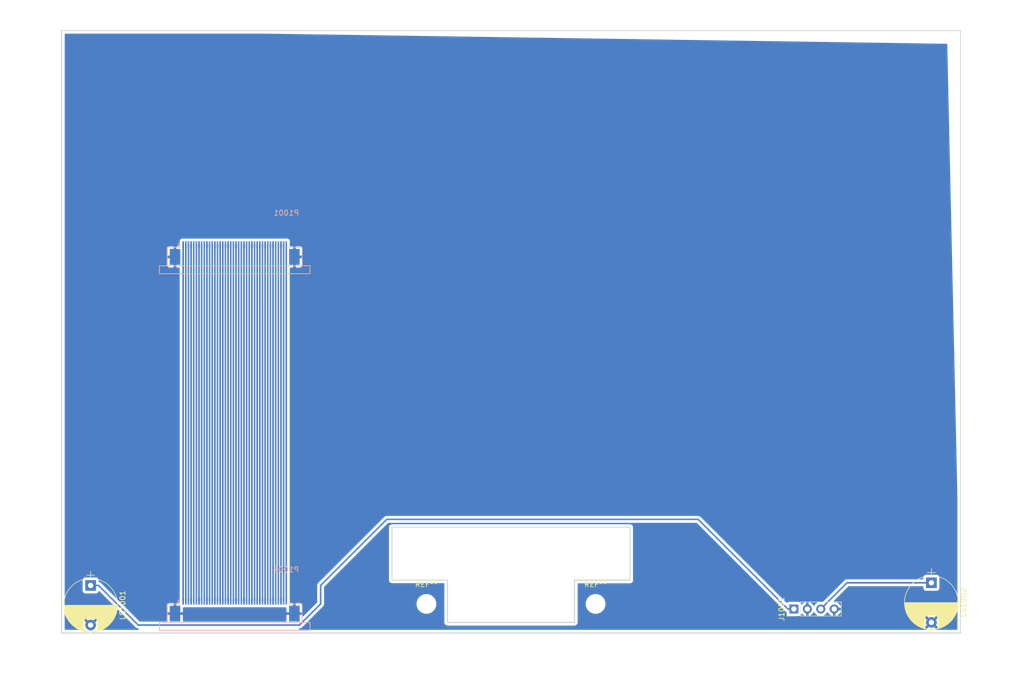
<source format=kicad_pcb>
(kicad_pcb (version 20170123) (host pcbnew no-vcs-found-2f9be81~58~ubuntu16.04.1)

  (general
    (links 49)
    (no_connects 0)
    (area 57.285715 20.713409 256.714287 154.745001)
    (thickness 1.6)
    (drawings 33)
    (tracks 54)
    (zones 0)
    (modules 7)
    (nets 44)
  )

  (page A4)
  (layers
    (0 F.Cu signal)
    (31 B.Cu signal)
    (32 B.Adhes user)
    (33 F.Adhes user)
    (34 B.Paste user)
    (35 F.Paste user)
    (36 B.SilkS user)
    (37 F.SilkS user)
    (38 B.Mask user)
    (39 F.Mask user)
    (40 Dwgs.User user)
    (41 Cmts.User user)
    (42 Eco1.User user)
    (43 Eco2.User user)
    (44 Edge.Cuts user)
    (45 Margin user)
    (46 B.CrtYd user)
    (47 F.CrtYd user)
    (48 B.Fab user)
    (49 F.Fab user)
  )

  (setup
    (last_trace_width 0.3)
    (trace_clearance 0.2)
    (zone_clearance 0.508)
    (zone_45_only no)
    (trace_min 0.2)
    (segment_width 0.2)
    (edge_width 0.15)
    (via_size 0.8)
    (via_drill 0.4)
    (via_min_size 0.4)
    (via_min_drill 0.3)
    (uvia_size 0.3)
    (uvia_drill 0.1)
    (uvias_allowed no)
    (uvia_min_size 0.2)
    (uvia_min_drill 0.1)
    (pcb_text_width 0.3)
    (pcb_text_size 1.5 1.5)
    (mod_edge_width 0.15)
    (mod_text_size 1 1)
    (mod_text_width 0.15)
    (pad_size 1.524 1.524)
    (pad_drill 0.762)
    (pad_to_mask_clearance 0.2)
    (aux_axis_origin 70 140)
    (grid_origin 70 140)
    (visible_elements FFFFFF7F)
    (pcbplotparams
      (layerselection 0x01000_ffffffff)
      (usegerberextensions false)
      (excludeedgelayer true)
      (linewidth 0.050000)
      (plotframeref false)
      (viasonmask false)
      (mode 1)
      (useauxorigin true)
      (hpglpennumber 1)
      (hpglpenspeed 20)
      (hpglpendiameter 15)
      (psnegative false)
      (psa4output false)
      (plotreference true)
      (plotvalue true)
      (plotinvisibletext false)
      (padsonsilk false)
      (subtractmaskfromsilk false)
      (outputformat 1)
      (mirror false)
      (drillshape 0)
      (scaleselection 1)
      (outputdirectory /media/axel/lol/displayboard/))
  )

  (net 0 "")
  (net 1 "Net-(P1001-Pad1)")
  (net 2 "Net-(P1001-Pad2)")
  (net 3 "Net-(P1001-Pad3)")
  (net 4 "Net-(P1001-Pad4)")
  (net 5 "Net-(P1001-Pad5)")
  (net 6 "Net-(P1001-Pad6)")
  (net 7 "Net-(P1001-Pad7)")
  (net 8 "Net-(P1001-Pad8)")
  (net 9 "Net-(P1001-Pad9)")
  (net 10 "Net-(P1001-Pad10)")
  (net 11 "Net-(P1001-Pad11)")
  (net 12 "Net-(P1001-Pad12)")
  (net 13 "Net-(P1001-Pad13)")
  (net 14 "Net-(P1001-Pad14)")
  (net 15 "Net-(P1001-Pad15)")
  (net 16 "Net-(P1001-Pad16)")
  (net 17 "Net-(P1001-Pad17)")
  (net 18 "Net-(P1001-Pad18)")
  (net 19 "Net-(P1001-Pad19)")
  (net 20 "Net-(P1001-Pad20)")
  (net 21 "Net-(P1001-Pad21)")
  (net 22 "Net-(P1001-Pad22)")
  (net 23 "Net-(P1001-Pad23)")
  (net 24 "Net-(P1001-Pad24)")
  (net 25 "Net-(P1001-Pad25)")
  (net 26 "Net-(P1001-Pad26)")
  (net 27 "Net-(P1001-Pad27)")
  (net 28 "Net-(P1001-Pad28)")
  (net 29 "Net-(P1001-Pad29)")
  (net 30 "Net-(P1001-Pad30)")
  (net 31 "Net-(P1001-Pad31)")
  (net 32 "Net-(P1001-Pad32)")
  (net 33 "Net-(P1001-Pad33)")
  (net 34 "Net-(P1001-Pad34)")
  (net 35 "Net-(P1001-Pad35)")
  (net 36 "Net-(P1001-Pad36)")
  (net 37 "Net-(P1001-Pad37)")
  (net 38 "Net-(P1001-Pad38)")
  (net 39 "Net-(P1001-Pad39)")
  (net 40 "Net-(P1001-Pad40)")
  (net 41 GND)
  (net 42 "Net-(J1001-Pad3)")
  (net 43 "Net-(J1001-Pad1)")

  (net_class Default "This is the default net class."
    (clearance 0.2)
    (trace_width 0.3)
    (via_dia 0.8)
    (via_drill 0.4)
    (uvia_dia 0.3)
    (uvia_drill 0.1)
    (add_net GND)
    (add_net "Net-(J1001-Pad1)")
    (add_net "Net-(J1001-Pad3)")
    (add_net "Net-(P1001-Pad1)")
    (add_net "Net-(P1001-Pad10)")
    (add_net "Net-(P1001-Pad11)")
    (add_net "Net-(P1001-Pad12)")
    (add_net "Net-(P1001-Pad13)")
    (add_net "Net-(P1001-Pad14)")
    (add_net "Net-(P1001-Pad15)")
    (add_net "Net-(P1001-Pad16)")
    (add_net "Net-(P1001-Pad17)")
    (add_net "Net-(P1001-Pad18)")
    (add_net "Net-(P1001-Pad19)")
    (add_net "Net-(P1001-Pad2)")
    (add_net "Net-(P1001-Pad20)")
    (add_net "Net-(P1001-Pad21)")
    (add_net "Net-(P1001-Pad22)")
    (add_net "Net-(P1001-Pad23)")
    (add_net "Net-(P1001-Pad24)")
    (add_net "Net-(P1001-Pad25)")
    (add_net "Net-(P1001-Pad26)")
    (add_net "Net-(P1001-Pad27)")
    (add_net "Net-(P1001-Pad28)")
    (add_net "Net-(P1001-Pad29)")
    (add_net "Net-(P1001-Pad3)")
    (add_net "Net-(P1001-Pad30)")
    (add_net "Net-(P1001-Pad31)")
    (add_net "Net-(P1001-Pad32)")
    (add_net "Net-(P1001-Pad33)")
    (add_net "Net-(P1001-Pad34)")
    (add_net "Net-(P1001-Pad35)")
    (add_net "Net-(P1001-Pad36)")
    (add_net "Net-(P1001-Pad37)")
    (add_net "Net-(P1001-Pad38)")
    (add_net "Net-(P1001-Pad39)")
    (add_net "Net-(P1001-Pad4)")
    (add_net "Net-(P1001-Pad40)")
    (add_net "Net-(P1001-Pad5)")
    (add_net "Net-(P1001-Pad6)")
    (add_net "Net-(P1001-Pad7)")
    (add_net "Net-(P1001-Pad8)")
    (add_net "Net-(P1001-Pad9)")
  )

  (module Capacitors_ThroughHole:CP_Radial_D10.0mm_P7.50mm (layer F.Cu) (tedit 58765D06) (tstamp 58E6183D)
    (at 234.5 130.5 270)
    (descr "CP, Radial series, Radial, pin pitch=7.50mm, , diameter=10mm, Electrolytic Capacitor")
    (tags "CP Radial series Radial pin pitch 7.50mm  diameter 10mm Electrolytic Capacitor")
    (path /58E53424)
    (fp_text reference LS1002 (at 3.75 -6.06 270) (layer F.SilkS)
      (effects (font (size 1 1) (thickness 0.15)))
    )
    (fp_text value "R Speaker" (at 3.75 6.06 270) (layer F.Fab)
      (effects (font (size 1 1) (thickness 0.15)))
    )
    (fp_arc (start 3.75 0) (end -1.201333 -1.18) (angle 153.2) (layer F.SilkS) (width 0.12))
    (fp_arc (start 3.75 0) (end -1.201333 1.18) (angle -153.2) (layer F.SilkS) (width 0.12))
    (fp_arc (start 3.75 0) (end 8.701333 -1.18) (angle 26.8) (layer F.SilkS) (width 0.12))
    (fp_circle (center 3.75 0) (end 8.75 0) (layer F.Fab) (width 0.1))
    (fp_line (start -2.7 0) (end -1.2 0) (layer F.Fab) (width 0.1))
    (fp_line (start -1.95 -0.75) (end -1.95 0.75) (layer F.Fab) (width 0.1))
    (fp_line (start 3.75 -5.05) (end 3.75 5.05) (layer F.SilkS) (width 0.12))
    (fp_line (start 3.79 -5.05) (end 3.79 5.05) (layer F.SilkS) (width 0.12))
    (fp_line (start 3.83 -5.05) (end 3.83 5.05) (layer F.SilkS) (width 0.12))
    (fp_line (start 3.87 -5.049) (end 3.87 5.049) (layer F.SilkS) (width 0.12))
    (fp_line (start 3.91 -5.048) (end 3.91 5.048) (layer F.SilkS) (width 0.12))
    (fp_line (start 3.95 -5.047) (end 3.95 5.047) (layer F.SilkS) (width 0.12))
    (fp_line (start 3.99 -5.045) (end 3.99 5.045) (layer F.SilkS) (width 0.12))
    (fp_line (start 4.03 -5.043) (end 4.03 5.043) (layer F.SilkS) (width 0.12))
    (fp_line (start 4.07 -5.04) (end 4.07 5.04) (layer F.SilkS) (width 0.12))
    (fp_line (start 4.11 -5.038) (end 4.11 5.038) (layer F.SilkS) (width 0.12))
    (fp_line (start 4.15 -5.035) (end 4.15 5.035) (layer F.SilkS) (width 0.12))
    (fp_line (start 4.19 -5.031) (end 4.19 5.031) (layer F.SilkS) (width 0.12))
    (fp_line (start 4.23 -5.028) (end 4.23 5.028) (layer F.SilkS) (width 0.12))
    (fp_line (start 4.27 -5.024) (end 4.27 5.024) (layer F.SilkS) (width 0.12))
    (fp_line (start 4.31 -5.02) (end 4.31 5.02) (layer F.SilkS) (width 0.12))
    (fp_line (start 4.35 -5.015) (end 4.35 5.015) (layer F.SilkS) (width 0.12))
    (fp_line (start 4.39 -5.01) (end 4.39 5.01) (layer F.SilkS) (width 0.12))
    (fp_line (start 4.43 -5.005) (end 4.43 5.005) (layer F.SilkS) (width 0.12))
    (fp_line (start 4.471 -4.999) (end 4.471 4.999) (layer F.SilkS) (width 0.12))
    (fp_line (start 4.511 -4.993) (end 4.511 4.993) (layer F.SilkS) (width 0.12))
    (fp_line (start 4.551 -4.987) (end 4.551 4.987) (layer F.SilkS) (width 0.12))
    (fp_line (start 4.591 -4.981) (end 4.591 4.981) (layer F.SilkS) (width 0.12))
    (fp_line (start 4.631 -4.974) (end 4.631 4.974) (layer F.SilkS) (width 0.12))
    (fp_line (start 4.671 -4.967) (end 4.671 4.967) (layer F.SilkS) (width 0.12))
    (fp_line (start 4.711 -4.959) (end 4.711 4.959) (layer F.SilkS) (width 0.12))
    (fp_line (start 4.751 -4.951) (end 4.751 4.951) (layer F.SilkS) (width 0.12))
    (fp_line (start 4.791 -4.943) (end 4.791 4.943) (layer F.SilkS) (width 0.12))
    (fp_line (start 4.831 -4.935) (end 4.831 4.935) (layer F.SilkS) (width 0.12))
    (fp_line (start 4.871 -4.926) (end 4.871 4.926) (layer F.SilkS) (width 0.12))
    (fp_line (start 4.911 -4.917) (end 4.911 4.917) (layer F.SilkS) (width 0.12))
    (fp_line (start 4.951 -4.907) (end 4.951 4.907) (layer F.SilkS) (width 0.12))
    (fp_line (start 4.991 -4.897) (end 4.991 4.897) (layer F.SilkS) (width 0.12))
    (fp_line (start 5.031 -4.887) (end 5.031 4.887) (layer F.SilkS) (width 0.12))
    (fp_line (start 5.071 -4.876) (end 5.071 4.876) (layer F.SilkS) (width 0.12))
    (fp_line (start 5.111 -4.865) (end 5.111 4.865) (layer F.SilkS) (width 0.12))
    (fp_line (start 5.151 -4.854) (end 5.151 4.854) (layer F.SilkS) (width 0.12))
    (fp_line (start 5.191 -4.843) (end 5.191 4.843) (layer F.SilkS) (width 0.12))
    (fp_line (start 5.231 -4.831) (end 5.231 4.831) (layer F.SilkS) (width 0.12))
    (fp_line (start 5.271 -4.818) (end 5.271 4.818) (layer F.SilkS) (width 0.12))
    (fp_line (start 5.311 -4.806) (end 5.311 4.806) (layer F.SilkS) (width 0.12))
    (fp_line (start 5.351 -4.792) (end 5.351 4.792) (layer F.SilkS) (width 0.12))
    (fp_line (start 5.391 -4.779) (end 5.391 4.779) (layer F.SilkS) (width 0.12))
    (fp_line (start 5.431 -4.765) (end 5.431 4.765) (layer F.SilkS) (width 0.12))
    (fp_line (start 5.471 -4.751) (end 5.471 4.751) (layer F.SilkS) (width 0.12))
    (fp_line (start 5.511 -4.737) (end 5.511 4.737) (layer F.SilkS) (width 0.12))
    (fp_line (start 5.551 -4.722) (end 5.551 4.722) (layer F.SilkS) (width 0.12))
    (fp_line (start 5.591 -4.706) (end 5.591 4.706) (layer F.SilkS) (width 0.12))
    (fp_line (start 5.631 -4.691) (end 5.631 4.691) (layer F.SilkS) (width 0.12))
    (fp_line (start 5.671 -4.674) (end 5.671 4.674) (layer F.SilkS) (width 0.12))
    (fp_line (start 5.711 -4.658) (end 5.711 4.658) (layer F.SilkS) (width 0.12))
    (fp_line (start 5.751 -4.641) (end 5.751 4.641) (layer F.SilkS) (width 0.12))
    (fp_line (start 5.791 -4.624) (end 5.791 4.624) (layer F.SilkS) (width 0.12))
    (fp_line (start 5.831 -4.606) (end 5.831 4.606) (layer F.SilkS) (width 0.12))
    (fp_line (start 5.871 -4.588) (end 5.871 4.588) (layer F.SilkS) (width 0.12))
    (fp_line (start 5.911 -4.569) (end 5.911 4.569) (layer F.SilkS) (width 0.12))
    (fp_line (start 5.951 -4.55) (end 5.951 4.55) (layer F.SilkS) (width 0.12))
    (fp_line (start 5.991 -4.531) (end 5.991 4.531) (layer F.SilkS) (width 0.12))
    (fp_line (start 6.031 -4.511) (end 6.031 4.511) (layer F.SilkS) (width 0.12))
    (fp_line (start 6.071 -4.491) (end 6.071 4.491) (layer F.SilkS) (width 0.12))
    (fp_line (start 6.111 -4.47) (end 6.111 4.47) (layer F.SilkS) (width 0.12))
    (fp_line (start 6.151 -4.449) (end 6.151 4.449) (layer F.SilkS) (width 0.12))
    (fp_line (start 6.191 -4.428) (end 6.191 4.428) (layer F.SilkS) (width 0.12))
    (fp_line (start 6.231 -4.405) (end 6.231 4.405) (layer F.SilkS) (width 0.12))
    (fp_line (start 6.271 -4.383) (end 6.271 4.383) (layer F.SilkS) (width 0.12))
    (fp_line (start 6.311 -4.36) (end 6.311 4.36) (layer F.SilkS) (width 0.12))
    (fp_line (start 6.351 -4.336) (end 6.351 -1.181) (layer F.SilkS) (width 0.12))
    (fp_line (start 6.351 1.181) (end 6.351 4.336) (layer F.SilkS) (width 0.12))
    (fp_line (start 6.391 -4.312) (end 6.391 -1.181) (layer F.SilkS) (width 0.12))
    (fp_line (start 6.391 1.181) (end 6.391 4.312) (layer F.SilkS) (width 0.12))
    (fp_line (start 6.431 -4.288) (end 6.431 -1.181) (layer F.SilkS) (width 0.12))
    (fp_line (start 6.431 1.181) (end 6.431 4.288) (layer F.SilkS) (width 0.12))
    (fp_line (start 6.471 -4.263) (end 6.471 -1.181) (layer F.SilkS) (width 0.12))
    (fp_line (start 6.471 1.181) (end 6.471 4.263) (layer F.SilkS) (width 0.12))
    (fp_line (start 6.511 -4.237) (end 6.511 -1.181) (layer F.SilkS) (width 0.12))
    (fp_line (start 6.511 1.181) (end 6.511 4.237) (layer F.SilkS) (width 0.12))
    (fp_line (start 6.551 -4.211) (end 6.551 -1.181) (layer F.SilkS) (width 0.12))
    (fp_line (start 6.551 1.181) (end 6.551 4.211) (layer F.SilkS) (width 0.12))
    (fp_line (start 6.591 -4.185) (end 6.591 -1.181) (layer F.SilkS) (width 0.12))
    (fp_line (start 6.591 1.181) (end 6.591 4.185) (layer F.SilkS) (width 0.12))
    (fp_line (start 6.631 -4.157) (end 6.631 -1.181) (layer F.SilkS) (width 0.12))
    (fp_line (start 6.631 1.181) (end 6.631 4.157) (layer F.SilkS) (width 0.12))
    (fp_line (start 6.671 -4.13) (end 6.671 -1.181) (layer F.SilkS) (width 0.12))
    (fp_line (start 6.671 1.181) (end 6.671 4.13) (layer F.SilkS) (width 0.12))
    (fp_line (start 6.711 -4.101) (end 6.711 -1.181) (layer F.SilkS) (width 0.12))
    (fp_line (start 6.711 1.181) (end 6.711 4.101) (layer F.SilkS) (width 0.12))
    (fp_line (start 6.751 -4.072) (end 6.751 -1.181) (layer F.SilkS) (width 0.12))
    (fp_line (start 6.751 1.181) (end 6.751 4.072) (layer F.SilkS) (width 0.12))
    (fp_line (start 6.791 -4.043) (end 6.791 -1.181) (layer F.SilkS) (width 0.12))
    (fp_line (start 6.791 1.181) (end 6.791 4.043) (layer F.SilkS) (width 0.12))
    (fp_line (start 6.831 -4.013) (end 6.831 -1.181) (layer F.SilkS) (width 0.12))
    (fp_line (start 6.831 1.181) (end 6.831 4.013) (layer F.SilkS) (width 0.12))
    (fp_line (start 6.871 -3.982) (end 6.871 -1.181) (layer F.SilkS) (width 0.12))
    (fp_line (start 6.871 1.181) (end 6.871 3.982) (layer F.SilkS) (width 0.12))
    (fp_line (start 6.911 -3.951) (end 6.911 -1.181) (layer F.SilkS) (width 0.12))
    (fp_line (start 6.911 1.181) (end 6.911 3.951) (layer F.SilkS) (width 0.12))
    (fp_line (start 6.951 -3.919) (end 6.951 -1.181) (layer F.SilkS) (width 0.12))
    (fp_line (start 6.951 1.181) (end 6.951 3.919) (layer F.SilkS) (width 0.12))
    (fp_line (start 6.991 -3.886) (end 6.991 -1.181) (layer F.SilkS) (width 0.12))
    (fp_line (start 6.991 1.181) (end 6.991 3.886) (layer F.SilkS) (width 0.12))
    (fp_line (start 7.031 -3.853) (end 7.031 -1.181) (layer F.SilkS) (width 0.12))
    (fp_line (start 7.031 1.181) (end 7.031 3.853) (layer F.SilkS) (width 0.12))
    (fp_line (start 7.071 -3.819) (end 7.071 -1.181) (layer F.SilkS) (width 0.12))
    (fp_line (start 7.071 1.181) (end 7.071 3.819) (layer F.SilkS) (width 0.12))
    (fp_line (start 7.111 -3.784) (end 7.111 -1.181) (layer F.SilkS) (width 0.12))
    (fp_line (start 7.111 1.181) (end 7.111 3.784) (layer F.SilkS) (width 0.12))
    (fp_line (start 7.151 -3.748) (end 7.151 -1.181) (layer F.SilkS) (width 0.12))
    (fp_line (start 7.151 1.181) (end 7.151 3.748) (layer F.SilkS) (width 0.12))
    (fp_line (start 7.191 -3.712) (end 7.191 -1.181) (layer F.SilkS) (width 0.12))
    (fp_line (start 7.191 1.181) (end 7.191 3.712) (layer F.SilkS) (width 0.12))
    (fp_line (start 7.231 -3.675) (end 7.231 -1.181) (layer F.SilkS) (width 0.12))
    (fp_line (start 7.231 1.181) (end 7.231 3.675) (layer F.SilkS) (width 0.12))
    (fp_line (start 7.271 -3.637) (end 7.271 -1.181) (layer F.SilkS) (width 0.12))
    (fp_line (start 7.271 1.181) (end 7.271 3.637) (layer F.SilkS) (width 0.12))
    (fp_line (start 7.311 -3.598) (end 7.311 -1.181) (layer F.SilkS) (width 0.12))
    (fp_line (start 7.311 1.181) (end 7.311 3.598) (layer F.SilkS) (width 0.12))
    (fp_line (start 7.351 -3.559) (end 7.351 -1.181) (layer F.SilkS) (width 0.12))
    (fp_line (start 7.351 1.181) (end 7.351 3.559) (layer F.SilkS) (width 0.12))
    (fp_line (start 7.391 -3.518) (end 7.391 -1.181) (layer F.SilkS) (width 0.12))
    (fp_line (start 7.391 1.181) (end 7.391 3.518) (layer F.SilkS) (width 0.12))
    (fp_line (start 7.431 -3.477) (end 7.431 -1.181) (layer F.SilkS) (width 0.12))
    (fp_line (start 7.431 1.181) (end 7.431 3.477) (layer F.SilkS) (width 0.12))
    (fp_line (start 7.471 -3.435) (end 7.471 -1.181) (layer F.SilkS) (width 0.12))
    (fp_line (start 7.471 1.181) (end 7.471 3.435) (layer F.SilkS) (width 0.12))
    (fp_line (start 7.511 -3.391) (end 7.511 -1.181) (layer F.SilkS) (width 0.12))
    (fp_line (start 7.511 1.181) (end 7.511 3.391) (layer F.SilkS) (width 0.12))
    (fp_line (start 7.551 -3.347) (end 7.551 -1.181) (layer F.SilkS) (width 0.12))
    (fp_line (start 7.551 1.181) (end 7.551 3.347) (layer F.SilkS) (width 0.12))
    (fp_line (start 7.591 -3.302) (end 7.591 -1.181) (layer F.SilkS) (width 0.12))
    (fp_line (start 7.591 1.181) (end 7.591 3.302) (layer F.SilkS) (width 0.12))
    (fp_line (start 7.631 -3.255) (end 7.631 -1.181) (layer F.SilkS) (width 0.12))
    (fp_line (start 7.631 1.181) (end 7.631 3.255) (layer F.SilkS) (width 0.12))
    (fp_line (start 7.671 -3.207) (end 7.671 -1.181) (layer F.SilkS) (width 0.12))
    (fp_line (start 7.671 1.181) (end 7.671 3.207) (layer F.SilkS) (width 0.12))
    (fp_line (start 7.711 -3.158) (end 7.711 -1.181) (layer F.SilkS) (width 0.12))
    (fp_line (start 7.711 1.181) (end 7.711 3.158) (layer F.SilkS) (width 0.12))
    (fp_line (start 7.751 -3.108) (end 7.751 -1.181) (layer F.SilkS) (width 0.12))
    (fp_line (start 7.751 1.181) (end 7.751 3.108) (layer F.SilkS) (width 0.12))
    (fp_line (start 7.791 -3.057) (end 7.791 -1.181) (layer F.SilkS) (width 0.12))
    (fp_line (start 7.791 1.181) (end 7.791 3.057) (layer F.SilkS) (width 0.12))
    (fp_line (start 7.831 -3.004) (end 7.831 -1.181) (layer F.SilkS) (width 0.12))
    (fp_line (start 7.831 1.181) (end 7.831 3.004) (layer F.SilkS) (width 0.12))
    (fp_line (start 7.871 -2.949) (end 7.871 -1.181) (layer F.SilkS) (width 0.12))
    (fp_line (start 7.871 1.181) (end 7.871 2.949) (layer F.SilkS) (width 0.12))
    (fp_line (start 7.911 -2.894) (end 7.911 -1.181) (layer F.SilkS) (width 0.12))
    (fp_line (start 7.911 1.181) (end 7.911 2.894) (layer F.SilkS) (width 0.12))
    (fp_line (start 7.951 -2.836) (end 7.951 -1.181) (layer F.SilkS) (width 0.12))
    (fp_line (start 7.951 1.181) (end 7.951 2.836) (layer F.SilkS) (width 0.12))
    (fp_line (start 7.991 -2.777) (end 7.991 -1.181) (layer F.SilkS) (width 0.12))
    (fp_line (start 7.991 1.181) (end 7.991 2.777) (layer F.SilkS) (width 0.12))
    (fp_line (start 8.031 -2.715) (end 8.031 -1.181) (layer F.SilkS) (width 0.12))
    (fp_line (start 8.031 1.181) (end 8.031 2.715) (layer F.SilkS) (width 0.12))
    (fp_line (start 8.071 -2.652) (end 8.071 -1.181) (layer F.SilkS) (width 0.12))
    (fp_line (start 8.071 1.181) (end 8.071 2.652) (layer F.SilkS) (width 0.12))
    (fp_line (start 8.111 -2.587) (end 8.111 -1.181) (layer F.SilkS) (width 0.12))
    (fp_line (start 8.111 1.181) (end 8.111 2.587) (layer F.SilkS) (width 0.12))
    (fp_line (start 8.151 -2.519) (end 8.151 -1.181) (layer F.SilkS) (width 0.12))
    (fp_line (start 8.151 1.181) (end 8.151 2.519) (layer F.SilkS) (width 0.12))
    (fp_line (start 8.191 -2.449) (end 8.191 -1.181) (layer F.SilkS) (width 0.12))
    (fp_line (start 8.191 1.181) (end 8.191 2.449) (layer F.SilkS) (width 0.12))
    (fp_line (start 8.231 -2.377) (end 8.231 -1.181) (layer F.SilkS) (width 0.12))
    (fp_line (start 8.231 1.181) (end 8.231 2.377) (layer F.SilkS) (width 0.12))
    (fp_line (start 8.271 -2.301) (end 8.271 -1.181) (layer F.SilkS) (width 0.12))
    (fp_line (start 8.271 1.181) (end 8.271 2.301) (layer F.SilkS) (width 0.12))
    (fp_line (start 8.311 -2.222) (end 8.311 -1.181) (layer F.SilkS) (width 0.12))
    (fp_line (start 8.311 1.181) (end 8.311 2.222) (layer F.SilkS) (width 0.12))
    (fp_line (start 8.351 -2.14) (end 8.351 -1.181) (layer F.SilkS) (width 0.12))
    (fp_line (start 8.351 1.181) (end 8.351 2.14) (layer F.SilkS) (width 0.12))
    (fp_line (start 8.391 -2.053) (end 8.391 -1.181) (layer F.SilkS) (width 0.12))
    (fp_line (start 8.391 1.181) (end 8.391 2.053) (layer F.SilkS) (width 0.12))
    (fp_line (start 8.431 -1.962) (end 8.431 -1.181) (layer F.SilkS) (width 0.12))
    (fp_line (start 8.431 1.181) (end 8.431 1.962) (layer F.SilkS) (width 0.12))
    (fp_line (start 8.471 -1.866) (end 8.471 -1.181) (layer F.SilkS) (width 0.12))
    (fp_line (start 8.471 1.181) (end 8.471 1.866) (layer F.SilkS) (width 0.12))
    (fp_line (start 8.511 -1.763) (end 8.511 -1.181) (layer F.SilkS) (width 0.12))
    (fp_line (start 8.511 1.181) (end 8.511 1.763) (layer F.SilkS) (width 0.12))
    (fp_line (start 8.551 -1.654) (end 8.551 -1.181) (layer F.SilkS) (width 0.12))
    (fp_line (start 8.551 1.181) (end 8.551 1.654) (layer F.SilkS) (width 0.12))
    (fp_line (start 8.591 -1.536) (end 8.591 -1.181) (layer F.SilkS) (width 0.12))
    (fp_line (start 8.591 1.181) (end 8.591 1.536) (layer F.SilkS) (width 0.12))
    (fp_line (start 8.631 -1.407) (end 8.631 -1.181) (layer F.SilkS) (width 0.12))
    (fp_line (start 8.631 1.181) (end 8.631 1.407) (layer F.SilkS) (width 0.12))
    (fp_line (start 8.671 -1.265) (end 8.671 -1.181) (layer F.SilkS) (width 0.12))
    (fp_line (start 8.671 1.181) (end 8.671 1.265) (layer F.SilkS) (width 0.12))
    (fp_line (start 8.711 -1.104) (end 8.711 1.104) (layer F.SilkS) (width 0.12))
    (fp_line (start 8.751 -0.913) (end 8.751 0.913) (layer F.SilkS) (width 0.12))
    (fp_line (start 8.791 -0.672) (end 8.791 0.672) (layer F.SilkS) (width 0.12))
    (fp_line (start 8.831 -0.279) (end 8.831 0.279) (layer F.SilkS) (width 0.12))
    (fp_line (start -2.7 0) (end -1.2 0) (layer F.SilkS) (width 0.12))
    (fp_line (start -1.95 -0.75) (end -1.95 0.75) (layer F.SilkS) (width 0.12))
    (fp_line (start -1.6 -5.35) (end -1.6 5.35) (layer F.CrtYd) (width 0.05))
    (fp_line (start -1.6 5.35) (end 9.1 5.35) (layer F.CrtYd) (width 0.05))
    (fp_line (start 9.1 5.35) (end 9.1 -5.35) (layer F.CrtYd) (width 0.05))
    (fp_line (start 9.1 -5.35) (end -1.6 -5.35) (layer F.CrtYd) (width 0.05))
    (pad 1 thru_hole rect (at 0 0 270) (size 2 2) (drill 1) (layers *.Cu *.Mask)
      (net 42 "Net-(J1001-Pad3)"))
    (pad 2 thru_hole circle (at 7.5 0 270) (size 2 2) (drill 1) (layers *.Cu *.Mask)
      (net 41 GND))
    (model Capacitors_THT.3dshapes/CP_Radial_D10.0mm_P7.50mm.wrl
      (at (xyz 0 0 0))
      (scale (xyz 0.393701 0.393701 0.393701))
      (rotate (xyz 0 0 0))
    )
  )

  (module Capacitors_ThroughHole:CP_Radial_D10.0mm_P7.50mm (layer F.Cu) (tedit 58765D06) (tstamp 58E615D9)
    (at 75.5 131 270)
    (descr "CP, Radial series, Radial, pin pitch=7.50mm, , diameter=10mm, Electrolytic Capacitor")
    (tags "CP Radial series Radial pin pitch 7.50mm  diameter 10mm Electrolytic Capacitor")
    (path /58E53370)
    (fp_text reference LS1001 (at 3.75 -6.06 270) (layer F.SilkS)
      (effects (font (size 1 1) (thickness 0.15)))
    )
    (fp_text value "L Speaker" (at 3.75 6.06 270) (layer F.Fab)
      (effects (font (size 1 1) (thickness 0.15)))
    )
    (fp_line (start 9.1 -5.35) (end -1.6 -5.35) (layer F.CrtYd) (width 0.05))
    (fp_line (start 9.1 5.35) (end 9.1 -5.35) (layer F.CrtYd) (width 0.05))
    (fp_line (start -1.6 5.35) (end 9.1 5.35) (layer F.CrtYd) (width 0.05))
    (fp_line (start -1.6 -5.35) (end -1.6 5.35) (layer F.CrtYd) (width 0.05))
    (fp_line (start -1.95 -0.75) (end -1.95 0.75) (layer F.SilkS) (width 0.12))
    (fp_line (start -2.7 0) (end -1.2 0) (layer F.SilkS) (width 0.12))
    (fp_line (start 8.831 -0.279) (end 8.831 0.279) (layer F.SilkS) (width 0.12))
    (fp_line (start 8.791 -0.672) (end 8.791 0.672) (layer F.SilkS) (width 0.12))
    (fp_line (start 8.751 -0.913) (end 8.751 0.913) (layer F.SilkS) (width 0.12))
    (fp_line (start 8.711 -1.104) (end 8.711 1.104) (layer F.SilkS) (width 0.12))
    (fp_line (start 8.671 1.181) (end 8.671 1.265) (layer F.SilkS) (width 0.12))
    (fp_line (start 8.671 -1.265) (end 8.671 -1.181) (layer F.SilkS) (width 0.12))
    (fp_line (start 8.631 1.181) (end 8.631 1.407) (layer F.SilkS) (width 0.12))
    (fp_line (start 8.631 -1.407) (end 8.631 -1.181) (layer F.SilkS) (width 0.12))
    (fp_line (start 8.591 1.181) (end 8.591 1.536) (layer F.SilkS) (width 0.12))
    (fp_line (start 8.591 -1.536) (end 8.591 -1.181) (layer F.SilkS) (width 0.12))
    (fp_line (start 8.551 1.181) (end 8.551 1.654) (layer F.SilkS) (width 0.12))
    (fp_line (start 8.551 -1.654) (end 8.551 -1.181) (layer F.SilkS) (width 0.12))
    (fp_line (start 8.511 1.181) (end 8.511 1.763) (layer F.SilkS) (width 0.12))
    (fp_line (start 8.511 -1.763) (end 8.511 -1.181) (layer F.SilkS) (width 0.12))
    (fp_line (start 8.471 1.181) (end 8.471 1.866) (layer F.SilkS) (width 0.12))
    (fp_line (start 8.471 -1.866) (end 8.471 -1.181) (layer F.SilkS) (width 0.12))
    (fp_line (start 8.431 1.181) (end 8.431 1.962) (layer F.SilkS) (width 0.12))
    (fp_line (start 8.431 -1.962) (end 8.431 -1.181) (layer F.SilkS) (width 0.12))
    (fp_line (start 8.391 1.181) (end 8.391 2.053) (layer F.SilkS) (width 0.12))
    (fp_line (start 8.391 -2.053) (end 8.391 -1.181) (layer F.SilkS) (width 0.12))
    (fp_line (start 8.351 1.181) (end 8.351 2.14) (layer F.SilkS) (width 0.12))
    (fp_line (start 8.351 -2.14) (end 8.351 -1.181) (layer F.SilkS) (width 0.12))
    (fp_line (start 8.311 1.181) (end 8.311 2.222) (layer F.SilkS) (width 0.12))
    (fp_line (start 8.311 -2.222) (end 8.311 -1.181) (layer F.SilkS) (width 0.12))
    (fp_line (start 8.271 1.181) (end 8.271 2.301) (layer F.SilkS) (width 0.12))
    (fp_line (start 8.271 -2.301) (end 8.271 -1.181) (layer F.SilkS) (width 0.12))
    (fp_line (start 8.231 1.181) (end 8.231 2.377) (layer F.SilkS) (width 0.12))
    (fp_line (start 8.231 -2.377) (end 8.231 -1.181) (layer F.SilkS) (width 0.12))
    (fp_line (start 8.191 1.181) (end 8.191 2.449) (layer F.SilkS) (width 0.12))
    (fp_line (start 8.191 -2.449) (end 8.191 -1.181) (layer F.SilkS) (width 0.12))
    (fp_line (start 8.151 1.181) (end 8.151 2.519) (layer F.SilkS) (width 0.12))
    (fp_line (start 8.151 -2.519) (end 8.151 -1.181) (layer F.SilkS) (width 0.12))
    (fp_line (start 8.111 1.181) (end 8.111 2.587) (layer F.SilkS) (width 0.12))
    (fp_line (start 8.111 -2.587) (end 8.111 -1.181) (layer F.SilkS) (width 0.12))
    (fp_line (start 8.071 1.181) (end 8.071 2.652) (layer F.SilkS) (width 0.12))
    (fp_line (start 8.071 -2.652) (end 8.071 -1.181) (layer F.SilkS) (width 0.12))
    (fp_line (start 8.031 1.181) (end 8.031 2.715) (layer F.SilkS) (width 0.12))
    (fp_line (start 8.031 -2.715) (end 8.031 -1.181) (layer F.SilkS) (width 0.12))
    (fp_line (start 7.991 1.181) (end 7.991 2.777) (layer F.SilkS) (width 0.12))
    (fp_line (start 7.991 -2.777) (end 7.991 -1.181) (layer F.SilkS) (width 0.12))
    (fp_line (start 7.951 1.181) (end 7.951 2.836) (layer F.SilkS) (width 0.12))
    (fp_line (start 7.951 -2.836) (end 7.951 -1.181) (layer F.SilkS) (width 0.12))
    (fp_line (start 7.911 1.181) (end 7.911 2.894) (layer F.SilkS) (width 0.12))
    (fp_line (start 7.911 -2.894) (end 7.911 -1.181) (layer F.SilkS) (width 0.12))
    (fp_line (start 7.871 1.181) (end 7.871 2.949) (layer F.SilkS) (width 0.12))
    (fp_line (start 7.871 -2.949) (end 7.871 -1.181) (layer F.SilkS) (width 0.12))
    (fp_line (start 7.831 1.181) (end 7.831 3.004) (layer F.SilkS) (width 0.12))
    (fp_line (start 7.831 -3.004) (end 7.831 -1.181) (layer F.SilkS) (width 0.12))
    (fp_line (start 7.791 1.181) (end 7.791 3.057) (layer F.SilkS) (width 0.12))
    (fp_line (start 7.791 -3.057) (end 7.791 -1.181) (layer F.SilkS) (width 0.12))
    (fp_line (start 7.751 1.181) (end 7.751 3.108) (layer F.SilkS) (width 0.12))
    (fp_line (start 7.751 -3.108) (end 7.751 -1.181) (layer F.SilkS) (width 0.12))
    (fp_line (start 7.711 1.181) (end 7.711 3.158) (layer F.SilkS) (width 0.12))
    (fp_line (start 7.711 -3.158) (end 7.711 -1.181) (layer F.SilkS) (width 0.12))
    (fp_line (start 7.671 1.181) (end 7.671 3.207) (layer F.SilkS) (width 0.12))
    (fp_line (start 7.671 -3.207) (end 7.671 -1.181) (layer F.SilkS) (width 0.12))
    (fp_line (start 7.631 1.181) (end 7.631 3.255) (layer F.SilkS) (width 0.12))
    (fp_line (start 7.631 -3.255) (end 7.631 -1.181) (layer F.SilkS) (width 0.12))
    (fp_line (start 7.591 1.181) (end 7.591 3.302) (layer F.SilkS) (width 0.12))
    (fp_line (start 7.591 -3.302) (end 7.591 -1.181) (layer F.SilkS) (width 0.12))
    (fp_line (start 7.551 1.181) (end 7.551 3.347) (layer F.SilkS) (width 0.12))
    (fp_line (start 7.551 -3.347) (end 7.551 -1.181) (layer F.SilkS) (width 0.12))
    (fp_line (start 7.511 1.181) (end 7.511 3.391) (layer F.SilkS) (width 0.12))
    (fp_line (start 7.511 -3.391) (end 7.511 -1.181) (layer F.SilkS) (width 0.12))
    (fp_line (start 7.471 1.181) (end 7.471 3.435) (layer F.SilkS) (width 0.12))
    (fp_line (start 7.471 -3.435) (end 7.471 -1.181) (layer F.SilkS) (width 0.12))
    (fp_line (start 7.431 1.181) (end 7.431 3.477) (layer F.SilkS) (width 0.12))
    (fp_line (start 7.431 -3.477) (end 7.431 -1.181) (layer F.SilkS) (width 0.12))
    (fp_line (start 7.391 1.181) (end 7.391 3.518) (layer F.SilkS) (width 0.12))
    (fp_line (start 7.391 -3.518) (end 7.391 -1.181) (layer F.SilkS) (width 0.12))
    (fp_line (start 7.351 1.181) (end 7.351 3.559) (layer F.SilkS) (width 0.12))
    (fp_line (start 7.351 -3.559) (end 7.351 -1.181) (layer F.SilkS) (width 0.12))
    (fp_line (start 7.311 1.181) (end 7.311 3.598) (layer F.SilkS) (width 0.12))
    (fp_line (start 7.311 -3.598) (end 7.311 -1.181) (layer F.SilkS) (width 0.12))
    (fp_line (start 7.271 1.181) (end 7.271 3.637) (layer F.SilkS) (width 0.12))
    (fp_line (start 7.271 -3.637) (end 7.271 -1.181) (layer F.SilkS) (width 0.12))
    (fp_line (start 7.231 1.181) (end 7.231 3.675) (layer F.SilkS) (width 0.12))
    (fp_line (start 7.231 -3.675) (end 7.231 -1.181) (layer F.SilkS) (width 0.12))
    (fp_line (start 7.191 1.181) (end 7.191 3.712) (layer F.SilkS) (width 0.12))
    (fp_line (start 7.191 -3.712) (end 7.191 -1.181) (layer F.SilkS) (width 0.12))
    (fp_line (start 7.151 1.181) (end 7.151 3.748) (layer F.SilkS) (width 0.12))
    (fp_line (start 7.151 -3.748) (end 7.151 -1.181) (layer F.SilkS) (width 0.12))
    (fp_line (start 7.111 1.181) (end 7.111 3.784) (layer F.SilkS) (width 0.12))
    (fp_line (start 7.111 -3.784) (end 7.111 -1.181) (layer F.SilkS) (width 0.12))
    (fp_line (start 7.071 1.181) (end 7.071 3.819) (layer F.SilkS) (width 0.12))
    (fp_line (start 7.071 -3.819) (end 7.071 -1.181) (layer F.SilkS) (width 0.12))
    (fp_line (start 7.031 1.181) (end 7.031 3.853) (layer F.SilkS) (width 0.12))
    (fp_line (start 7.031 -3.853) (end 7.031 -1.181) (layer F.SilkS) (width 0.12))
    (fp_line (start 6.991 1.181) (end 6.991 3.886) (layer F.SilkS) (width 0.12))
    (fp_line (start 6.991 -3.886) (end 6.991 -1.181) (layer F.SilkS) (width 0.12))
    (fp_line (start 6.951 1.181) (end 6.951 3.919) (layer F.SilkS) (width 0.12))
    (fp_line (start 6.951 -3.919) (end 6.951 -1.181) (layer F.SilkS) (width 0.12))
    (fp_line (start 6.911 1.181) (end 6.911 3.951) (layer F.SilkS) (width 0.12))
    (fp_line (start 6.911 -3.951) (end 6.911 -1.181) (layer F.SilkS) (width 0.12))
    (fp_line (start 6.871 1.181) (end 6.871 3.982) (layer F.SilkS) (width 0.12))
    (fp_line (start 6.871 -3.982) (end 6.871 -1.181) (layer F.SilkS) (width 0.12))
    (fp_line (start 6.831 1.181) (end 6.831 4.013) (layer F.SilkS) (width 0.12))
    (fp_line (start 6.831 -4.013) (end 6.831 -1.181) (layer F.SilkS) (width 0.12))
    (fp_line (start 6.791 1.181) (end 6.791 4.043) (layer F.SilkS) (width 0.12))
    (fp_line (start 6.791 -4.043) (end 6.791 -1.181) (layer F.SilkS) (width 0.12))
    (fp_line (start 6.751 1.181) (end 6.751 4.072) (layer F.SilkS) (width 0.12))
    (fp_line (start 6.751 -4.072) (end 6.751 -1.181) (layer F.SilkS) (width 0.12))
    (fp_line (start 6.711 1.181) (end 6.711 4.101) (layer F.SilkS) (width 0.12))
    (fp_line (start 6.711 -4.101) (end 6.711 -1.181) (layer F.SilkS) (width 0.12))
    (fp_line (start 6.671 1.181) (end 6.671 4.13) (layer F.SilkS) (width 0.12))
    (fp_line (start 6.671 -4.13) (end 6.671 -1.181) (layer F.SilkS) (width 0.12))
    (fp_line (start 6.631 1.181) (end 6.631 4.157) (layer F.SilkS) (width 0.12))
    (fp_line (start 6.631 -4.157) (end 6.631 -1.181) (layer F.SilkS) (width 0.12))
    (fp_line (start 6.591 1.181) (end 6.591 4.185) (layer F.SilkS) (width 0.12))
    (fp_line (start 6.591 -4.185) (end 6.591 -1.181) (layer F.SilkS) (width 0.12))
    (fp_line (start 6.551 1.181) (end 6.551 4.211) (layer F.SilkS) (width 0.12))
    (fp_line (start 6.551 -4.211) (end 6.551 -1.181) (layer F.SilkS) (width 0.12))
    (fp_line (start 6.511 1.181) (end 6.511 4.237) (layer F.SilkS) (width 0.12))
    (fp_line (start 6.511 -4.237) (end 6.511 -1.181) (layer F.SilkS) (width 0.12))
    (fp_line (start 6.471 1.181) (end 6.471 4.263) (layer F.SilkS) (width 0.12))
    (fp_line (start 6.471 -4.263) (end 6.471 -1.181) (layer F.SilkS) (width 0.12))
    (fp_line (start 6.431 1.181) (end 6.431 4.288) (layer F.SilkS) (width 0.12))
    (fp_line (start 6.431 -4.288) (end 6.431 -1.181) (layer F.SilkS) (width 0.12))
    (fp_line (start 6.391 1.181) (end 6.391 4.312) (layer F.SilkS) (width 0.12))
    (fp_line (start 6.391 -4.312) (end 6.391 -1.181) (layer F.SilkS) (width 0.12))
    (fp_line (start 6.351 1.181) (end 6.351 4.336) (layer F.SilkS) (width 0.12))
    (fp_line (start 6.351 -4.336) (end 6.351 -1.181) (layer F.SilkS) (width 0.12))
    (fp_line (start 6.311 -4.36) (end 6.311 4.36) (layer F.SilkS) (width 0.12))
    (fp_line (start 6.271 -4.383) (end 6.271 4.383) (layer F.SilkS) (width 0.12))
    (fp_line (start 6.231 -4.405) (end 6.231 4.405) (layer F.SilkS) (width 0.12))
    (fp_line (start 6.191 -4.428) (end 6.191 4.428) (layer F.SilkS) (width 0.12))
    (fp_line (start 6.151 -4.449) (end 6.151 4.449) (layer F.SilkS) (width 0.12))
    (fp_line (start 6.111 -4.47) (end 6.111 4.47) (layer F.SilkS) (width 0.12))
    (fp_line (start 6.071 -4.491) (end 6.071 4.491) (layer F.SilkS) (width 0.12))
    (fp_line (start 6.031 -4.511) (end 6.031 4.511) (layer F.SilkS) (width 0.12))
    (fp_line (start 5.991 -4.531) (end 5.991 4.531) (layer F.SilkS) (width 0.12))
    (fp_line (start 5.951 -4.55) (end 5.951 4.55) (layer F.SilkS) (width 0.12))
    (fp_line (start 5.911 -4.569) (end 5.911 4.569) (layer F.SilkS) (width 0.12))
    (fp_line (start 5.871 -4.588) (end 5.871 4.588) (layer F.SilkS) (width 0.12))
    (fp_line (start 5.831 -4.606) (end 5.831 4.606) (layer F.SilkS) (width 0.12))
    (fp_line (start 5.791 -4.624) (end 5.791 4.624) (layer F.SilkS) (width 0.12))
    (fp_line (start 5.751 -4.641) (end 5.751 4.641) (layer F.SilkS) (width 0.12))
    (fp_line (start 5.711 -4.658) (end 5.711 4.658) (layer F.SilkS) (width 0.12))
    (fp_line (start 5.671 -4.674) (end 5.671 4.674) (layer F.SilkS) (width 0.12))
    (fp_line (start 5.631 -4.691) (end 5.631 4.691) (layer F.SilkS) (width 0.12))
    (fp_line (start 5.591 -4.706) (end 5.591 4.706) (layer F.SilkS) (width 0.12))
    (fp_line (start 5.551 -4.722) (end 5.551 4.722) (layer F.SilkS) (width 0.12))
    (fp_line (start 5.511 -4.737) (end 5.511 4.737) (layer F.SilkS) (width 0.12))
    (fp_line (start 5.471 -4.751) (end 5.471 4.751) (layer F.SilkS) (width 0.12))
    (fp_line (start 5.431 -4.765) (end 5.431 4.765) (layer F.SilkS) (width 0.12))
    (fp_line (start 5.391 -4.779) (end 5.391 4.779) (layer F.SilkS) (width 0.12))
    (fp_line (start 5.351 -4.792) (end 5.351 4.792) (layer F.SilkS) (width 0.12))
    (fp_line (start 5.311 -4.806) (end 5.311 4.806) (layer F.SilkS) (width 0.12))
    (fp_line (start 5.271 -4.818) (end 5.271 4.818) (layer F.SilkS) (width 0.12))
    (fp_line (start 5.231 -4.831) (end 5.231 4.831) (layer F.SilkS) (width 0.12))
    (fp_line (start 5.191 -4.843) (end 5.191 4.843) (layer F.SilkS) (width 0.12))
    (fp_line (start 5.151 -4.854) (end 5.151 4.854) (layer F.SilkS) (width 0.12))
    (fp_line (start 5.111 -4.865) (end 5.111 4.865) (layer F.SilkS) (width 0.12))
    (fp_line (start 5.071 -4.876) (end 5.071 4.876) (layer F.SilkS) (width 0.12))
    (fp_line (start 5.031 -4.887) (end 5.031 4.887) (layer F.SilkS) (width 0.12))
    (fp_line (start 4.991 -4.897) (end 4.991 4.897) (layer F.SilkS) (width 0.12))
    (fp_line (start 4.951 -4.907) (end 4.951 4.907) (layer F.SilkS) (width 0.12))
    (fp_line (start 4.911 -4.917) (end 4.911 4.917) (layer F.SilkS) (width 0.12))
    (fp_line (start 4.871 -4.926) (end 4.871 4.926) (layer F.SilkS) (width 0.12))
    (fp_line (start 4.831 -4.935) (end 4.831 4.935) (layer F.SilkS) (width 0.12))
    (fp_line (start 4.791 -4.943) (end 4.791 4.943) (layer F.SilkS) (width 0.12))
    (fp_line (start 4.751 -4.951) (end 4.751 4.951) (layer F.SilkS) (width 0.12))
    (fp_line (start 4.711 -4.959) (end 4.711 4.959) (layer F.SilkS) (width 0.12))
    (fp_line (start 4.671 -4.967) (end 4.671 4.967) (layer F.SilkS) (width 0.12))
    (fp_line (start 4.631 -4.974) (end 4.631 4.974) (layer F.SilkS) (width 0.12))
    (fp_line (start 4.591 -4.981) (end 4.591 4.981) (layer F.SilkS) (width 0.12))
    (fp_line (start 4.551 -4.987) (end 4.551 4.987) (layer F.SilkS) (width 0.12))
    (fp_line (start 4.511 -4.993) (end 4.511 4.993) (layer F.SilkS) (width 0.12))
    (fp_line (start 4.471 -4.999) (end 4.471 4.999) (layer F.SilkS) (width 0.12))
    (fp_line (start 4.43 -5.005) (end 4.43 5.005) (layer F.SilkS) (width 0.12))
    (fp_line (start 4.39 -5.01) (end 4.39 5.01) (layer F.SilkS) (width 0.12))
    (fp_line (start 4.35 -5.015) (end 4.35 5.015) (layer F.SilkS) (width 0.12))
    (fp_line (start 4.31 -5.02) (end 4.31 5.02) (layer F.SilkS) (width 0.12))
    (fp_line (start 4.27 -5.024) (end 4.27 5.024) (layer F.SilkS) (width 0.12))
    (fp_line (start 4.23 -5.028) (end 4.23 5.028) (layer F.SilkS) (width 0.12))
    (fp_line (start 4.19 -5.031) (end 4.19 5.031) (layer F.SilkS) (width 0.12))
    (fp_line (start 4.15 -5.035) (end 4.15 5.035) (layer F.SilkS) (width 0.12))
    (fp_line (start 4.11 -5.038) (end 4.11 5.038) (layer F.SilkS) (width 0.12))
    (fp_line (start 4.07 -5.04) (end 4.07 5.04) (layer F.SilkS) (width 0.12))
    (fp_line (start 4.03 -5.043) (end 4.03 5.043) (layer F.SilkS) (width 0.12))
    (fp_line (start 3.99 -5.045) (end 3.99 5.045) (layer F.SilkS) (width 0.12))
    (fp_line (start 3.95 -5.047) (end 3.95 5.047) (layer F.SilkS) (width 0.12))
    (fp_line (start 3.91 -5.048) (end 3.91 5.048) (layer F.SilkS) (width 0.12))
    (fp_line (start 3.87 -5.049) (end 3.87 5.049) (layer F.SilkS) (width 0.12))
    (fp_line (start 3.83 -5.05) (end 3.83 5.05) (layer F.SilkS) (width 0.12))
    (fp_line (start 3.79 -5.05) (end 3.79 5.05) (layer F.SilkS) (width 0.12))
    (fp_line (start 3.75 -5.05) (end 3.75 5.05) (layer F.SilkS) (width 0.12))
    (fp_line (start -1.95 -0.75) (end -1.95 0.75) (layer F.Fab) (width 0.1))
    (fp_line (start -2.7 0) (end -1.2 0) (layer F.Fab) (width 0.1))
    (fp_circle (center 3.75 0) (end 8.75 0) (layer F.Fab) (width 0.1))
    (fp_arc (start 3.75 0) (end 8.701333 -1.18) (angle 26.8) (layer F.SilkS) (width 0.12))
    (fp_arc (start 3.75 0) (end -1.201333 1.18) (angle -153.2) (layer F.SilkS) (width 0.12))
    (fp_arc (start 3.75 0) (end -1.201333 -1.18) (angle 153.2) (layer F.SilkS) (width 0.12))
    (pad 2 thru_hole circle (at 7.5 0 270) (size 2 2) (drill 1) (layers *.Cu *.Mask)
      (net 41 GND))
    (pad 1 thru_hole rect (at 0 0 270) (size 2 2) (drill 1) (layers *.Cu *.Mask)
      (net 43 "Net-(J1001-Pad1)"))
    (model Capacitors_THT.3dshapes/CP_Radial_D10.0mm_P7.50mm.wrl
      (at (xyz 0 0 0))
      (scale (xyz 0.393701 0.393701 0.393701))
      (rotate (xyz 0 0 0))
    )
  )

  (module Socket_Strips:Socket_Strip_Straight_1x04_Pitch2.54mm (layer F.Cu) (tedit 58CD5446) (tstamp 58E5DF13)
    (at 208.5 135.46 90)
    (descr "Through hole straight socket strip, 1x04, 2.54mm pitch, single row")
    (tags "Through hole socket strip THT 1x04 2.54mm single row")
    (path /58E53C2E)
    (fp_text reference J1001 (at 0 -2.33 90) (layer F.SilkS)
      (effects (font (size 1 1) (thickness 0.15)))
    )
    (fp_text value CONN_01X04 (at 0 9.95 90) (layer F.Fab)
      (effects (font (size 1 1) (thickness 0.15)))
    )
    (fp_text user %R (at 0 -2.33 90) (layer F.Fab)
      (effects (font (size 1 1) (thickness 0.15)))
    )
    (fp_line (start 1.8 -1.8) (end -1.8 -1.8) (layer F.CrtYd) (width 0.05))
    (fp_line (start 1.8 9.4) (end 1.8 -1.8) (layer F.CrtYd) (width 0.05))
    (fp_line (start -1.8 9.4) (end 1.8 9.4) (layer F.CrtYd) (width 0.05))
    (fp_line (start -1.8 -1.8) (end -1.8 9.4) (layer F.CrtYd) (width 0.05))
    (fp_line (start -1.33 -1.33) (end 0 -1.33) (layer F.SilkS) (width 0.12))
    (fp_line (start -1.33 0) (end -1.33 -1.33) (layer F.SilkS) (width 0.12))
    (fp_line (start 1.33 1.27) (end -1.33 1.27) (layer F.SilkS) (width 0.12))
    (fp_line (start 1.33 8.95) (end 1.33 1.27) (layer F.SilkS) (width 0.12))
    (fp_line (start -1.33 8.95) (end 1.33 8.95) (layer F.SilkS) (width 0.12))
    (fp_line (start -1.33 1.27) (end -1.33 8.95) (layer F.SilkS) (width 0.12))
    (fp_line (start 1.27 -1.27) (end -1.27 -1.27) (layer F.Fab) (width 0.1))
    (fp_line (start 1.27 8.89) (end 1.27 -1.27) (layer F.Fab) (width 0.1))
    (fp_line (start -1.27 8.89) (end 1.27 8.89) (layer F.Fab) (width 0.1))
    (fp_line (start -1.27 -1.27) (end -1.27 8.89) (layer F.Fab) (width 0.1))
    (pad 4 thru_hole oval (at 0 7.62 90) (size 1.7 1.7) (drill 1) (layers *.Cu *.Mask)
      (net 41 GND))
    (pad 3 thru_hole oval (at 0 5.08 90) (size 1.7 1.7) (drill 1) (layers *.Cu *.Mask)
      (net 42 "Net-(J1001-Pad3)"))
    (pad 2 thru_hole oval (at 0 2.54 90) (size 1.7 1.7) (drill 1) (layers *.Cu *.Mask)
      (net 41 GND))
    (pad 1 thru_hole rect (at 0 0 90) (size 1.7 1.7) (drill 1) (layers *.Cu *.Mask)
      (net 43 "Net-(J1001-Pad1)"))
    (model ${KISYS3DMOD}/Socket_Strips.3dshapes/Socket_Strip_Straight_1x04_Pitch2.54mm.wrl
      (at (xyz 0 -0.15 0))
      (scale (xyz 1 1 1))
      (rotate (xyz 0 0 270))
    )
  )

  (module Mounting_Holes:MountingHole_2.7mm_M2.5 locked (layer F.Cu) (tedit 56D1B4CB) (tstamp 58E5A9D6)
    (at 139 134.5)
    (descr "Mounting Hole 2.7mm, no annular, M2.5")
    (tags "mounting hole 2.7mm no annular m2.5")
    (fp_text reference REF** (at 0 -3.7) (layer F.SilkS)
      (effects (font (size 1 1) (thickness 0.15)))
    )
    (fp_text value MountingHole_2.7mm_M2.5 (at 0 3.7) (layer F.Fab)
      (effects (font (size 1 1) (thickness 0.15)))
    )
    (fp_circle (center 0 0) (end 2.95 0) (layer F.CrtYd) (width 0.05))
    (fp_circle (center 0 0) (end 2.7 0) (layer Cmts.User) (width 0.15))
    (pad 1 np_thru_hole circle (at 0 0) (size 2.7 2.7) (drill 2.7) (layers *.Cu *.Mask))
  )

  (module Mounting_Holes:MountingHole_2.7mm_M2.5 locked (layer F.Cu) (tedit 56D1B4CB) (tstamp 58E5A9D2)
    (at 171 134.5)
    (descr "Mounting Hole 2.7mm, no annular, M2.5")
    (tags "mounting hole 2.7mm no annular m2.5")
    (fp_text reference REF** (at 0 -3.7) (layer F.SilkS)
      (effects (font (size 1 1) (thickness 0.15)))
    )
    (fp_text value MountingHole_2.7mm_M2.5 (at 0 3.7) (layer F.Fab)
      (effects (font (size 1 1) (thickness 0.15)))
    )
    (fp_circle (center 0 0) (end 2.7 0) (layer Cmts.User) (width 0.15))
    (fp_circle (center 0 0) (end 2.95 0) (layer F.CrtYd) (width 0.05))
    (pad 1 np_thru_hole circle (at 0 0) (size 2.7 2.7) (drill 2.7) (layers *.Cu *.Mask))
  )

  (module mod:ER-CON40HT-1 (layer B.Cu) (tedit 561F6AAB) (tstamp 58E57509)
    (at 112.5 134 180)
    (path /58E514A1)
    (fp_text reference P1002 (at 0 6 180) (layer B.SilkS)
      (effects (font (size 1 1) (thickness 0.15)) (justify mirror))
    )
    (fp_text value ER-CON40HT-1 (at 0 7.5 180) (layer B.Fab)
      (effects (font (size 1 1) (thickness 0.15)) (justify mirror))
    )
    (fp_line (start -0.5 -0.5) (end -3 -0.5) (layer B.SilkS) (width 0.15))
    (fp_line (start -3 -0.5) (end -3 -4) (layer B.SilkS) (width 0.15))
    (fp_line (start -3 -4) (end -4.5 -4) (layer B.SilkS) (width 0.15))
    (fp_line (start -4.5 -4) (end -4.5 -5.5) (layer B.SilkS) (width 0.15))
    (fp_line (start -4.5 -5.5) (end 24 -5.5) (layer B.SilkS) (width 0.15))
    (fp_line (start 24 -5.5) (end 24 -4) (layer B.SilkS) (width 0.15))
    (fp_line (start 24 -4) (end 22.5 -4) (layer B.SilkS) (width 0.15))
    (fp_line (start 22.5 -4) (end 22.5 -0.5) (layer B.SilkS) (width 0.15))
    (fp_line (start 22.5 -0.5) (end 20 -0.5) (layer B.SilkS) (width 0.15))
    (fp_line (start 0 -4) (end 19.5 -4) (layer B.SilkS) (width 0.15))
    (fp_line (start -3 -4) (end 0 -4) (layer B.SilkS) (width 0.15))
    (fp_line (start 19.5 -4) (end 22.5 -4) (layer B.SilkS) (width 0.15))
    (fp_circle (center 20.3 0) (end 20.1 0) (layer B.SilkS) (width 0.15))
    (pad GND smd rect (at 21.04 -2.325 180) (size 2 3) (layers B.Cu B.Paste B.Mask)
      (net 41 GND))
    (pad GND smd rect (at -1.54 -2.325 180) (size 2 3) (layers B.Cu B.Paste B.Mask)
      (net 41 GND))
    (pad 40 smd rect (at 0 0) (size 0.3 1.25) (layers B.Cu B.Paste B.Mask)
      (net 40 "Net-(P1001-Pad40)"))
    (pad 39 smd rect (at 0.5 0) (size 0.3 1.25) (layers B.Cu B.Paste B.Mask)
      (net 39 "Net-(P1001-Pad39)"))
    (pad 38 smd rect (at 1 0) (size 0.3 1.25) (layers B.Cu B.Paste B.Mask)
      (net 38 "Net-(P1001-Pad38)"))
    (pad 37 smd rect (at 1.5 0) (size 0.3 1.25) (layers B.Cu B.Paste B.Mask)
      (net 37 "Net-(P1001-Pad37)"))
    (pad 36 smd rect (at 2 0) (size 0.3 1.25) (layers B.Cu B.Paste B.Mask)
      (net 36 "Net-(P1001-Pad36)"))
    (pad 35 smd rect (at 2.5 0) (size 0.3 1.25) (layers B.Cu B.Paste B.Mask)
      (net 35 "Net-(P1001-Pad35)"))
    (pad 34 smd rect (at 3 0) (size 0.3 1.25) (layers B.Cu B.Paste B.Mask)
      (net 34 "Net-(P1001-Pad34)"))
    (pad 33 smd rect (at 3.5 0) (size 0.3 1.25) (layers B.Cu B.Paste B.Mask)
      (net 33 "Net-(P1001-Pad33)"))
    (pad 32 smd rect (at 4 0) (size 0.3 1.25) (layers B.Cu B.Paste B.Mask)
      (net 32 "Net-(P1001-Pad32)"))
    (pad 31 smd rect (at 4.5 0) (size 0.3 1.25) (layers B.Cu B.Paste B.Mask)
      (net 31 "Net-(P1001-Pad31)"))
    (pad 30 smd rect (at 5 0) (size 0.3 1.25) (layers B.Cu B.Paste B.Mask)
      (net 30 "Net-(P1001-Pad30)"))
    (pad 29 smd rect (at 5.5 0) (size 0.3 1.25) (layers B.Cu B.Paste B.Mask)
      (net 29 "Net-(P1001-Pad29)"))
    (pad 28 smd rect (at 6 0) (size 0.3 1.25) (layers B.Cu B.Paste B.Mask)
      (net 28 "Net-(P1001-Pad28)"))
    (pad 27 smd rect (at 6.5 0) (size 0.3 1.25) (layers B.Cu B.Paste B.Mask)
      (net 27 "Net-(P1001-Pad27)"))
    (pad 26 smd rect (at 7 0) (size 0.3 1.25) (layers B.Cu B.Paste B.Mask)
      (net 26 "Net-(P1001-Pad26)"))
    (pad 25 smd rect (at 7.5 0) (size 0.3 1.25) (layers B.Cu B.Paste B.Mask)
      (net 25 "Net-(P1001-Pad25)"))
    (pad 24 smd rect (at 8 0) (size 0.3 1.25) (layers B.Cu B.Paste B.Mask)
      (net 24 "Net-(P1001-Pad24)"))
    (pad 23 smd rect (at 8.5 0) (size 0.3 1.25) (layers B.Cu B.Paste B.Mask)
      (net 23 "Net-(P1001-Pad23)"))
    (pad 22 smd rect (at 9 0) (size 0.3 1.25) (layers B.Cu B.Paste B.Mask)
      (net 22 "Net-(P1001-Pad22)"))
    (pad 21 smd rect (at 9.5 0) (size 0.3 1.25) (layers B.Cu B.Paste B.Mask)
      (net 21 "Net-(P1001-Pad21)"))
    (pad 20 smd rect (at 10 0) (size 0.3 1.25) (layers B.Cu B.Paste B.Mask)
      (net 20 "Net-(P1001-Pad20)"))
    (pad 19 smd rect (at 10.5 0) (size 0.3 1.25) (layers B.Cu B.Paste B.Mask)
      (net 19 "Net-(P1001-Pad19)"))
    (pad 18 smd rect (at 11 0) (size 0.3 1.25) (layers B.Cu B.Paste B.Mask)
      (net 18 "Net-(P1001-Pad18)"))
    (pad 17 smd rect (at 11.5 0) (size 0.3 1.25) (layers B.Cu B.Paste B.Mask)
      (net 17 "Net-(P1001-Pad17)"))
    (pad 16 smd rect (at 12 0) (size 0.3 1.25) (layers B.Cu B.Paste B.Mask)
      (net 16 "Net-(P1001-Pad16)"))
    (pad 15 smd rect (at 12.5 0) (size 0.3 1.25) (layers B.Cu B.Paste B.Mask)
      (net 15 "Net-(P1001-Pad15)"))
    (pad 14 smd rect (at 13 0) (size 0.3 1.25) (layers B.Cu B.Paste B.Mask)
      (net 14 "Net-(P1001-Pad14)"))
    (pad 13 smd rect (at 13.5 0) (size 0.3 1.25) (layers B.Cu B.Paste B.Mask)
      (net 13 "Net-(P1001-Pad13)"))
    (pad 12 smd rect (at 14 0) (size 0.3 1.25) (layers B.Cu B.Paste B.Mask)
      (net 12 "Net-(P1001-Pad12)"))
    (pad 11 smd rect (at 14.5 0) (size 0.3 1.25) (layers B.Cu B.Paste B.Mask)
      (net 11 "Net-(P1001-Pad11)"))
    (pad 10 smd rect (at 15 0) (size 0.3 1.25) (layers B.Cu B.Paste B.Mask)
      (net 10 "Net-(P1001-Pad10)"))
    (pad 9 smd rect (at 15.5 0) (size 0.3 1.25) (layers B.Cu B.Paste B.Mask)
      (net 9 "Net-(P1001-Pad9)"))
    (pad 8 smd rect (at 16 0) (size 0.3 1.25) (layers B.Cu B.Paste B.Mask)
      (net 8 "Net-(P1001-Pad8)"))
    (pad 7 smd rect (at 16.5 0) (size 0.3 1.25) (layers B.Cu B.Paste B.Mask)
      (net 7 "Net-(P1001-Pad7)"))
    (pad 6 smd rect (at 17 0) (size 0.3 1.25) (layers B.Cu B.Paste B.Mask)
      (net 6 "Net-(P1001-Pad6)"))
    (pad 5 smd rect (at 17.5 0) (size 0.3 1.25) (layers B.Cu B.Paste B.Mask)
      (net 5 "Net-(P1001-Pad5)"))
    (pad 4 smd rect (at 18 0) (size 0.3 1.25) (layers B.Cu B.Paste B.Mask)
      (net 4 "Net-(P1001-Pad4)"))
    (pad 3 smd rect (at 18.5 0) (size 0.3 1.25) (layers B.Cu B.Paste B.Mask)
      (net 3 "Net-(P1001-Pad3)"))
    (pad 2 smd rect (at 19 0) (size 0.3 1.25) (layers B.Cu B.Paste B.Mask)
      (net 2 "Net-(P1001-Pad2)"))
    (pad 1 smd rect (at 19.5 0) (size 0.3 1.25) (layers B.Cu B.Paste B.Mask)
      (net 1 "Net-(P1001-Pad1)"))
  )

  (module mod:ER-CON40HT-1 (layer B.Cu) (tedit 561F6AAB) (tstamp 58E5745A)
    (at 112.5 66.5 180)
    (path /58E51404)
    (fp_text reference P1001 (at 0 6 180) (layer B.SilkS)
      (effects (font (size 1 1) (thickness 0.15)) (justify mirror))
    )
    (fp_text value ER-CON40HT-1 (at 0 7.5 180) (layer B.Fab)
      (effects (font (size 1 1) (thickness 0.15)) (justify mirror))
    )
    (fp_circle (center 20.3 0) (end 20.1 0) (layer B.SilkS) (width 0.15))
    (fp_line (start 19.5 -4) (end 22.5 -4) (layer B.SilkS) (width 0.15))
    (fp_line (start -3 -4) (end 0 -4) (layer B.SilkS) (width 0.15))
    (fp_line (start 0 -4) (end 19.5 -4) (layer B.SilkS) (width 0.15))
    (fp_line (start 22.5 -0.5) (end 20 -0.5) (layer B.SilkS) (width 0.15))
    (fp_line (start 22.5 -4) (end 22.5 -0.5) (layer B.SilkS) (width 0.15))
    (fp_line (start 24 -4) (end 22.5 -4) (layer B.SilkS) (width 0.15))
    (fp_line (start 24 -5.5) (end 24 -4) (layer B.SilkS) (width 0.15))
    (fp_line (start -4.5 -5.5) (end 24 -5.5) (layer B.SilkS) (width 0.15))
    (fp_line (start -4.5 -4) (end -4.5 -5.5) (layer B.SilkS) (width 0.15))
    (fp_line (start -3 -4) (end -4.5 -4) (layer B.SilkS) (width 0.15))
    (fp_line (start -3 -0.5) (end -3 -4) (layer B.SilkS) (width 0.15))
    (fp_line (start -0.5 -0.5) (end -3 -0.5) (layer B.SilkS) (width 0.15))
    (pad 1 smd rect (at 19.5 0) (size 0.3 1.25) (layers B.Cu B.Paste B.Mask)
      (net 1 "Net-(P1001-Pad1)"))
    (pad 2 smd rect (at 19 0) (size 0.3 1.25) (layers B.Cu B.Paste B.Mask)
      (net 2 "Net-(P1001-Pad2)"))
    (pad 3 smd rect (at 18.5 0) (size 0.3 1.25) (layers B.Cu B.Paste B.Mask)
      (net 3 "Net-(P1001-Pad3)"))
    (pad 4 smd rect (at 18 0) (size 0.3 1.25) (layers B.Cu B.Paste B.Mask)
      (net 4 "Net-(P1001-Pad4)"))
    (pad 5 smd rect (at 17.5 0) (size 0.3 1.25) (layers B.Cu B.Paste B.Mask)
      (net 5 "Net-(P1001-Pad5)"))
    (pad 6 smd rect (at 17 0) (size 0.3 1.25) (layers B.Cu B.Paste B.Mask)
      (net 6 "Net-(P1001-Pad6)"))
    (pad 7 smd rect (at 16.5 0) (size 0.3 1.25) (layers B.Cu B.Paste B.Mask)
      (net 7 "Net-(P1001-Pad7)"))
    (pad 8 smd rect (at 16 0) (size 0.3 1.25) (layers B.Cu B.Paste B.Mask)
      (net 8 "Net-(P1001-Pad8)"))
    (pad 9 smd rect (at 15.5 0) (size 0.3 1.25) (layers B.Cu B.Paste B.Mask)
      (net 9 "Net-(P1001-Pad9)"))
    (pad 10 smd rect (at 15 0) (size 0.3 1.25) (layers B.Cu B.Paste B.Mask)
      (net 10 "Net-(P1001-Pad10)"))
    (pad 11 smd rect (at 14.5 0) (size 0.3 1.25) (layers B.Cu B.Paste B.Mask)
      (net 11 "Net-(P1001-Pad11)"))
    (pad 12 smd rect (at 14 0) (size 0.3 1.25) (layers B.Cu B.Paste B.Mask)
      (net 12 "Net-(P1001-Pad12)"))
    (pad 13 smd rect (at 13.5 0) (size 0.3 1.25) (layers B.Cu B.Paste B.Mask)
      (net 13 "Net-(P1001-Pad13)"))
    (pad 14 smd rect (at 13 0) (size 0.3 1.25) (layers B.Cu B.Paste B.Mask)
      (net 14 "Net-(P1001-Pad14)"))
    (pad 15 smd rect (at 12.5 0) (size 0.3 1.25) (layers B.Cu B.Paste B.Mask)
      (net 15 "Net-(P1001-Pad15)"))
    (pad 16 smd rect (at 12 0) (size 0.3 1.25) (layers B.Cu B.Paste B.Mask)
      (net 16 "Net-(P1001-Pad16)"))
    (pad 17 smd rect (at 11.5 0) (size 0.3 1.25) (layers B.Cu B.Paste B.Mask)
      (net 17 "Net-(P1001-Pad17)"))
    (pad 18 smd rect (at 11 0) (size 0.3 1.25) (layers B.Cu B.Paste B.Mask)
      (net 18 "Net-(P1001-Pad18)"))
    (pad 19 smd rect (at 10.5 0) (size 0.3 1.25) (layers B.Cu B.Paste B.Mask)
      (net 19 "Net-(P1001-Pad19)"))
    (pad 20 smd rect (at 10 0) (size 0.3 1.25) (layers B.Cu B.Paste B.Mask)
      (net 20 "Net-(P1001-Pad20)"))
    (pad 21 smd rect (at 9.5 0) (size 0.3 1.25) (layers B.Cu B.Paste B.Mask)
      (net 21 "Net-(P1001-Pad21)"))
    (pad 22 smd rect (at 9 0) (size 0.3 1.25) (layers B.Cu B.Paste B.Mask)
      (net 22 "Net-(P1001-Pad22)"))
    (pad 23 smd rect (at 8.5 0) (size 0.3 1.25) (layers B.Cu B.Paste B.Mask)
      (net 23 "Net-(P1001-Pad23)"))
    (pad 24 smd rect (at 8 0) (size 0.3 1.25) (layers B.Cu B.Paste B.Mask)
      (net 24 "Net-(P1001-Pad24)"))
    (pad 25 smd rect (at 7.5 0) (size 0.3 1.25) (layers B.Cu B.Paste B.Mask)
      (net 25 "Net-(P1001-Pad25)"))
    (pad 26 smd rect (at 7 0) (size 0.3 1.25) (layers B.Cu B.Paste B.Mask)
      (net 26 "Net-(P1001-Pad26)"))
    (pad 27 smd rect (at 6.5 0) (size 0.3 1.25) (layers B.Cu B.Paste B.Mask)
      (net 27 "Net-(P1001-Pad27)"))
    (pad 28 smd rect (at 6 0) (size 0.3 1.25) (layers B.Cu B.Paste B.Mask)
      (net 28 "Net-(P1001-Pad28)"))
    (pad 29 smd rect (at 5.5 0) (size 0.3 1.25) (layers B.Cu B.Paste B.Mask)
      (net 29 "Net-(P1001-Pad29)"))
    (pad 30 smd rect (at 5 0) (size 0.3 1.25) (layers B.Cu B.Paste B.Mask)
      (net 30 "Net-(P1001-Pad30)"))
    (pad 31 smd rect (at 4.5 0) (size 0.3 1.25) (layers B.Cu B.Paste B.Mask)
      (net 31 "Net-(P1001-Pad31)"))
    (pad 32 smd rect (at 4 0) (size 0.3 1.25) (layers B.Cu B.Paste B.Mask)
      (net 32 "Net-(P1001-Pad32)"))
    (pad 33 smd rect (at 3.5 0) (size 0.3 1.25) (layers B.Cu B.Paste B.Mask)
      (net 33 "Net-(P1001-Pad33)"))
    (pad 34 smd rect (at 3 0) (size 0.3 1.25) (layers B.Cu B.Paste B.Mask)
      (net 34 "Net-(P1001-Pad34)"))
    (pad 35 smd rect (at 2.5 0) (size 0.3 1.25) (layers B.Cu B.Paste B.Mask)
      (net 35 "Net-(P1001-Pad35)"))
    (pad 36 smd rect (at 2 0) (size 0.3 1.25) (layers B.Cu B.Paste B.Mask)
      (net 36 "Net-(P1001-Pad36)"))
    (pad 37 smd rect (at 1.5 0) (size 0.3 1.25) (layers B.Cu B.Paste B.Mask)
      (net 37 "Net-(P1001-Pad37)"))
    (pad 38 smd rect (at 1 0) (size 0.3 1.25) (layers B.Cu B.Paste B.Mask)
      (net 38 "Net-(P1001-Pad38)"))
    (pad 39 smd rect (at 0.5 0) (size 0.3 1.25) (layers B.Cu B.Paste B.Mask)
      (net 39 "Net-(P1001-Pad39)"))
    (pad 40 smd rect (at 0 0) (size 0.3 1.25) (layers B.Cu B.Paste B.Mask)
      (net 40 "Net-(P1001-Pad40)"))
    (pad GND smd rect (at -1.54 -2.325 180) (size 2 3) (layers B.Cu B.Paste B.Mask)
      (net 41 GND))
    (pad GND smd rect (at 21.04 -2.325 180) (size 2 3) (layers B.Cu B.Paste B.Mask)
      (net 41 GND))
  )

  (dimension 5.5 (width 0.3) (layer Eco2.User)
    (gr_text "5.500 mm" (at 179.85 137.25 270) (layer Eco2.User) (tstamp 58E544F2)
      (effects (font (size 1.5 1.5) (thickness 0.3)))
    )
    (feature1 (pts (xy 171 140) (xy 181.2 140)))
    (feature2 (pts (xy 171 134.5) (xy 181.2 134.5)))
    (crossbar (pts (xy 178.5 134.5) (xy 178.5 140)))
    (arrow1a (pts (xy 178.5 140) (xy 177.913579 138.873496)))
    (arrow1b (pts (xy 178.5 140) (xy 179.086421 138.873496)))
    (arrow2a (pts (xy 178.5 134.5) (xy 177.913579 135.626504)))
    (arrow2b (pts (xy 178.5 134.5) (xy 179.086421 135.626504)))
  )
  (dimension 4 (width 0.3) (layer Eco2.User)
    (gr_text "4.000 mm" (at 141 147.85) (layer Eco2.User) (tstamp 58E544F3)
      (effects (font (size 1.5 1.5) (thickness 0.3)))
    )
    (feature1 (pts (xy 139 140) (xy 139 149.2)))
    (feature2 (pts (xy 143 140) (xy 143 149.2)))
    (crossbar (pts (xy 143 146.5) (xy 139 146.5)))
    (arrow1a (pts (xy 139 146.5) (xy 140.126504 145.913579)))
    (arrow1b (pts (xy 139 146.5) (xy 140.126504 147.086421)))
    (arrow2a (pts (xy 143 146.5) (xy 141.873496 145.913579)))
    (arrow2b (pts (xy 143 146.5) (xy 141.873496 147.086421)))
  )
  (dimension 4 (width 0.3) (layer Eco2.User)
    (gr_text "4.000 mm" (at 169 147.85) (layer Eco2.User) (tstamp 58E544F4)
      (effects (font (size 1.5 1.5) (thickness 0.3)))
    )
    (feature1 (pts (xy 171 140) (xy 171 149.2)))
    (feature2 (pts (xy 167 140) (xy 167 149.2)))
    (crossbar (pts (xy 167 146.5) (xy 171 146.5)))
    (arrow1a (pts (xy 171 146.5) (xy 169.873496 147.086421)))
    (arrow1b (pts (xy 171 146.5) (xy 169.873496 145.913579)))
    (arrow2a (pts (xy 167 146.5) (xy 168.126504 147.086421)))
    (arrow2b (pts (xy 167 146.5) (xy 168.126504 145.913579)))
  )
  (gr_line (start 167 130) (end 167 138) (layer Edge.Cuts) (width 0.2))
  (gr_line (start 177.5 130) (end 167 130) (layer Edge.Cuts) (width 0.2))
  (gr_line (start 143 138) (end 143 130) (layer Edge.Cuts) (width 0.2))
  (gr_line (start 167 138) (end 143 138) (layer Edge.Cuts) (width 0.2))
  (dimension 12 (width 0.3) (layer Eco2.User)
    (gr_text "12.000 mm" (at 161 143.85) (layer Eco2.User) (tstamp 58E544F5)
      (effects (font (size 1.5 1.5) (thickness 0.3)))
    )
    (feature1 (pts (xy 167 140) (xy 167 145.2)))
    (feature2 (pts (xy 155 140) (xy 155 145.2)))
    (crossbar (pts (xy 155 142.5) (xy 167 142.5)))
    (arrow1a (pts (xy 167 142.5) (xy 165.873496 143.086421)))
    (arrow1b (pts (xy 167 142.5) (xy 165.873496 141.913579)))
    (arrow2a (pts (xy 155 142.5) (xy 156.126504 143.086421)))
    (arrow2b (pts (xy 155 142.5) (xy 156.126504 141.913579)))
  )
  (dimension 12 (width 0.3) (layer Eco2.User)
    (gr_text "12.000 mm" (at 149 143.85) (layer Eco2.User) (tstamp 58E544F6)
      (effects (font (size 1.5 1.5) (thickness 0.3)))
    )
    (feature1 (pts (xy 143 140) (xy 143 145.2)))
    (feature2 (pts (xy 155 140) (xy 155 145.2)))
    (crossbar (pts (xy 155 142.5) (xy 143 142.5)))
    (arrow1a (pts (xy 143 142.5) (xy 144.126504 141.913579)))
    (arrow1b (pts (xy 143 142.5) (xy 144.126504 143.086421)))
    (arrow2a (pts (xy 155 142.5) (xy 153.873496 141.913579)))
    (arrow2b (pts (xy 155 142.5) (xy 153.873496 143.086421)))
  )
  (dimension 85 (width 0.3) (layer Eco1.User)
    (gr_text "85.000 mm" (at 112.5 153.35) (layer Eco1.User) (tstamp 58E544F7)
      (effects (font (size 1.5 1.5) (thickness 0.3)))
    )
    (feature1 (pts (xy 155 140) (xy 155 154.7)))
    (feature2 (pts (xy 70 140) (xy 70 154.7)))
    (crossbar (pts (xy 70 152) (xy 155 152)))
    (arrow1a (pts (xy 155 152) (xy 153.873496 152.586421)))
    (arrow1b (pts (xy 155 152) (xy 153.873496 151.413579)))
    (arrow2a (pts (xy 70 152) (xy 71.126504 152.586421)))
    (arrow2b (pts (xy 70 152) (xy 71.126504 151.413579)))
  )
  (gr_line (start 132.5 120) (end 132.5 130) (layer Edge.Cuts) (width 0.15))
  (gr_line (start 177.5 120) (end 132.5 120) (layer Edge.Cuts) (width 0.15))
  (gr_line (start 177.5 130) (end 177.5 120) (layer Edge.Cuts) (width 0.15))
  (gr_line (start 132.5 130) (end 143 130) (layer Edge.Cuts) (width 0.15))
  (dimension 60 (width 0.3) (layer Eco1.User)
    (gr_text "60.000 mm" (at 102.5 131.85) (layer Eco1.User) (tstamp 58E544F8)
      (effects (font (size 1.5 1.5) (thickness 0.3)))
    )
    (feature1 (pts (xy 132.5 128.5) (xy 132.5 133.2)))
    (feature2 (pts (xy 72.5 128.5) (xy 72.5 133.2)))
    (crossbar (pts (xy 72.5 130.5) (xy 132.5 130.5)))
    (arrow1a (pts (xy 132.5 130.5) (xy 131.373496 131.086421)))
    (arrow1b (pts (xy 132.5 130.5) (xy 131.373496 129.913579)))
    (arrow2a (pts (xy 72.5 130.5) (xy 73.626504 131.086421)))
    (arrow2b (pts (xy 72.5 130.5) (xy 73.626504 129.913579)))
  )
  (dimension 60 (width 0.3) (layer Eco1.User)
    (gr_text "60.000 mm" (at 207.5 131.35) (layer Eco1.User) (tstamp 58E544F9)
      (effects (font (size 1.5 1.5) (thickness 0.3)))
    )
    (feature1 (pts (xy 177.5 128.5) (xy 177.5 132.7)))
    (feature2 (pts (xy 237.5 128.5) (xy 237.5 132.7)))
    (crossbar (pts (xy 237.5 130) (xy 177.5 130)))
    (arrow1a (pts (xy 177.5 130) (xy 178.626504 129.413579)))
    (arrow1b (pts (xy 177.5 130) (xy 178.626504 130.586421)))
    (arrow2a (pts (xy 237.5 130) (xy 236.373496 129.413579)))
    (arrow2b (pts (xy 237.5 130) (xy 236.373496 130.586421)))
  )
  (dimension 58 (width 0.3) (layer Eco1.User)
    (gr_text "58.000 mm" (at 90.85 99.5 90) (layer Eco1.User) (tstamp 58E544FA)
      (effects (font (size 1.5 1.5) (thickness 0.3)))
    )
    (feature1 (pts (xy 72.5 70.5) (xy 92.2 70.5)))
    (feature2 (pts (xy 72.5 128.5) (xy 92.2 128.5)))
    (crossbar (pts (xy 89.5 128.5) (xy 89.5 70.5)))
    (arrow1a (pts (xy 89.5 70.5) (xy 90.086421 71.626504)))
    (arrow1b (pts (xy 89.5 70.5) (xy 88.913579 71.626504)))
    (arrow2a (pts (xy 89.5 128.5) (xy 90.086421 127.373496)))
    (arrow2b (pts (xy 89.5 128.5) (xy 88.913579 127.373496)))
  )
  (dimension 20 (width 0.3) (layer Eco1.User)
    (gr_text "20.000 mm" (at 82.5 134.85) (layer Eco1.User) (tstamp 58E544FB)
      (effects (font (size 1.5 1.5) (thickness 0.3)))
    )
    (feature1 (pts (xy 92.5 128.5) (xy 92.5 136.2)))
    (feature2 (pts (xy 72.5 128.5) (xy 72.5 136.2)))
    (crossbar (pts (xy 72.5 133.5) (xy 92.5 133.5)))
    (arrow1a (pts (xy 92.5 133.5) (xy 91.373496 134.086421)))
    (arrow1b (pts (xy 92.5 133.5) (xy 91.373496 132.913579)))
    (arrow2a (pts (xy 72.5 133.5) (xy 73.626504 134.086421)))
    (arrow2b (pts (xy 72.5 133.5) (xy 73.626504 132.913579)))
  )
  (gr_line (start 72.5 128.5) (end 72.5 128.5) (layer Eco1.User) (width 0.2) (tstamp 58E57695))
  (gr_line (start 237.5 128.5) (end 72.5 128.5) (layer Eco1.User) (width 0.2))
  (gr_line (start 72.5 136.5) (end 72.5 136.5) (layer Eco1.User) (width 0.2) (tstamp 58E57692))
  (gr_line (start 72.5 28.5) (end 72.5 128.5) (layer Eco1.User) (width 0.2))
  (gr_line (start 237.5 28.5) (end 72.5 28.5) (layer Eco1.User) (width 0.2))
  (gr_line (start 237.5 128.5) (end 237.5 28.5) (layer Eco1.User) (width 0.2))
  (dimension 100 (width 0.3) (layer Eco2.User)
    (gr_text "100.000 mm" (at 249.35 78.5 270) (layer Eco2.User) (tstamp 58E544FC)
      (effects (font (size 1.5 1.5) (thickness 0.3)))
    )
    (feature1 (pts (xy 237.5 128.5) (xy 250.7 128.5)))
    (feature2 (pts (xy 237.5 28.5) (xy 250.7 28.5)))
    (crossbar (pts (xy 248 28.5) (xy 248 128.5)))
    (arrow1a (pts (xy 248 128.5) (xy 247.413579 127.373496)))
    (arrow1b (pts (xy 248 128.5) (xy 248.586421 127.373496)))
    (arrow2a (pts (xy 248 28.5) (xy 247.413579 29.626504)))
    (arrow2b (pts (xy 248 28.5) (xy 248.586421 29.626504)))
  )
  (dimension 165 (width 0.3) (layer Eco2.User)
    (gr_text "165.000 mm" (at 155.048085 22.063409) (layer Eco2.User) (tstamp 58E544FD)
      (effects (font (size 1.5 1.5) (thickness 0.3)))
    )
    (feature1 (pts (xy 237.548085 28.413409) (xy 237.548085 20.713409)))
    (feature2 (pts (xy 72.548085 28.413409) (xy 72.548085 20.713409)))
    (crossbar (pts (xy 72.548085 23.413409) (xy 237.548085 23.413409)))
    (arrow1a (pts (xy 237.548085 23.413409) (xy 236.421581 23.99983)))
    (arrow1b (pts (xy 237.548085 23.413409) (xy 236.421581 22.826988)))
    (arrow2a (pts (xy 72.548085 23.413409) (xy 73.674589 23.99983)))
    (arrow2b (pts (xy 72.548085 23.413409) (xy 73.674589 22.826988)))
  )
  (gr_line (start 240 26) (end 240 140) (layer Edge.Cuts) (width 0.15))
  (gr_line (start 240 26) (end 240 26) (layer Edge.Cuts) (width 0.15) (tstamp 58E57677))
  (gr_line (start 70 26) (end 240 26) (layer Edge.Cuts) (width 0.15))
  (gr_line (start 70 140) (end 70 26) (layer Edge.Cuts) (width 0.2))
  (gr_line (start 70 140) (end 240 140) (layer Edge.Cuts) (width 0.2))
  (dimension 114 (width 0.3) (layer Eco1.User)
    (gr_text "114.000 mm" (at 64.65 83 90) (layer Eco1.User) (tstamp 58E544FE)
      (effects (font (size 1.5 1.5) (thickness 0.3)))
    )
    (feature1 (pts (xy 70 26) (xy 63.3 26)))
    (feature2 (pts (xy 70 140) (xy 63.3 140)))
    (crossbar (pts (xy 66 140) (xy 66 26)))
    (arrow1a (pts (xy 66 26) (xy 66.586421 27.126504)))
    (arrow1b (pts (xy 66 26) (xy 65.413579 27.126504)))
    (arrow2a (pts (xy 66 140) (xy 66.586421 138.873496)))
    (arrow2b (pts (xy 66 140) (xy 65.413579 138.873496)))
  )
  (dimension 170 (width 0.3) (layer Eco1.User)
    (gr_text "170.000 mm" (at 155 146.35) (layer Eco1.User) (tstamp 58E544FF)
      (effects (font (size 1.5 1.5) (thickness 0.3)))
    )
    (feature1 (pts (xy 240 140) (xy 240 147.7)))
    (feature2 (pts (xy 70 140) (xy 70 147.7)))
    (crossbar (pts (xy 70 145) (xy 240 145)))
    (arrow1a (pts (xy 240 145) (xy 238.873496 145.586421)))
    (arrow1b (pts (xy 240 145) (xy 238.873496 144.413579)))
    (arrow2a (pts (xy 70 145) (xy 71.126504 145.586421)))
    (arrow2b (pts (xy 70 145) (xy 71.126504 144.413579)))
  )

  (segment (start 93 134) (end 93 66.5) (width 0.3) (layer B.Cu) (net 1))
  (segment (start 93.5 66.5) (end 93.5 134) (width 0.3) (layer B.Cu) (net 2))
  (segment (start 94 134) (end 94 66.5) (width 0.3) (layer B.Cu) (net 3))
  (segment (start 94.5 66.5) (end 94.5 134) (width 0.3) (layer B.Cu) (net 4))
  (segment (start 95 134) (end 95 66.5) (width 0.3) (layer B.Cu) (net 5))
  (segment (start 95.5 66.5) (end 95.5 134) (width 0.3) (layer B.Cu) (net 6))
  (segment (start 96 134) (end 96 66.5) (width 0.3) (layer B.Cu) (net 7))
  (segment (start 96.5 66.5) (end 96.5 134) (width 0.3) (layer B.Cu) (net 8))
  (segment (start 97 134) (end 97 66.5) (width 0.3) (layer B.Cu) (net 9))
  (segment (start 97.5 66.5) (end 97.5 134) (width 0.3) (layer B.Cu) (net 10))
  (segment (start 98 66.5) (end 98 134) (width 0.3) (layer B.Cu) (net 11))
  (segment (start 98.5 134) (end 98.5 66.5) (width 0.3) (layer B.Cu) (net 12))
  (segment (start 99 66.5) (end 99 134) (width 0.3) (layer B.Cu) (net 13))
  (segment (start 99.5 134) (end 99.5 66.5) (width 0.3) (layer B.Cu) (net 14))
  (segment (start 100 66.5) (end 100 134) (width 0.3) (layer B.Cu) (net 15))
  (segment (start 100.5 134) (end 100.5 66.5) (width 0.3) (layer B.Cu) (net 16))
  (segment (start 101 66.5) (end 101 134) (width 0.3) (layer B.Cu) (net 17))
  (segment (start 101.5 134) (end 101.5 66.5) (width 0.3) (layer B.Cu) (net 18))
  (segment (start 102 66.5) (end 102 134) (width 0.3) (layer B.Cu) (net 19))
  (segment (start 102.5 134) (end 102.5 83.495002) (width 0.3) (layer B.Cu) (net 20))
  (segment (start 102.5 83.495002) (end 102.5 66.5) (width 0.3) (layer B.Cu) (net 20))
  (segment (start 103 134) (end 103 66.5) (width 0.3) (layer B.Cu) (net 21))
  (segment (start 103.5 66.5) (end 103.5 134) (width 0.3) (layer B.Cu) (net 22))
  (segment (start 104 134) (end 104 66.5) (width 0.3) (layer B.Cu) (net 23))
  (segment (start 104.5 66.5) (end 104.5 134) (width 0.3) (layer B.Cu) (net 24))
  (segment (start 105 134) (end 105 66.5) (width 0.3) (layer B.Cu) (net 25))
  (segment (start 105.5 66.5) (end 105.5 134) (width 0.3) (layer B.Cu) (net 26))
  (segment (start 106 134) (end 106 66.5) (width 0.3) (layer B.Cu) (net 27))
  (segment (start 106.5 66.5) (end 106.5 134) (width 0.3) (layer B.Cu) (net 28))
  (segment (start 107 134) (end 107 66.5) (width 0.3) (layer B.Cu) (net 29))
  (segment (start 107.5 66.5) (end 107.5 134) (width 0.3) (layer B.Cu) (net 30))
  (segment (start 108 134) (end 108 66.5) (width 0.3) (layer B.Cu) (net 31))
  (segment (start 108.5 66.5) (end 108.5 134) (width 0.3) (layer B.Cu) (net 32))
  (segment (start 109 134) (end 109 66.5) (width 0.3) (layer B.Cu) (net 33))
  (segment (start 109.5 66.5) (end 109.5 134) (width 0.3) (layer B.Cu) (net 34))
  (segment (start 110 134) (end 110 66.5) (width 0.3) (layer B.Cu) (net 35))
  (segment (start 110.5 133.5) (end 110.5 134) (width 0.3) (layer B.Cu) (net 36))
  (segment (start 110.5 66.5) (end 110.5 133.5) (width 0.3) (layer B.Cu) (net 36))
  (segment (start 111 134) (end 111 66.5) (width 0.3) (layer B.Cu) (net 37))
  (segment (start 111.5 66.5) (end 111.5 134) (width 0.3) (layer B.Cu) (net 38))
  (segment (start 112 134) (end 112 66.5) (width 0.3) (layer B.Cu) (net 39))
  (segment (start 112.5 66.5) (end 112.5 70.415002) (width 0.3) (layer B.Cu) (net 40))
  (segment (start 112.5 70.415002) (end 112.5 134) (width 0.3) (layer B.Cu) (net 40))
  (segment (start 213.58 135.46) (end 218.54 130.5) (width 0.3) (layer B.Cu) (net 42))
  (segment (start 218.54 130.5) (end 234.5 130.5) (width 0.3) (layer B.Cu) (net 42))
  (segment (start 84.5 138.5) (end 77 131) (width 0.3) (layer B.Cu) (net 43))
  (segment (start 77 131) (end 75.5 131) (width 0.3) (layer B.Cu) (net 43))
  (segment (start 114.995002 138.5) (end 84.5 138.5) (width 0.3) (layer B.Cu) (net 43))
  (segment (start 119 131) (end 119 134.495002) (width 0.3) (layer B.Cu) (net 43))
  (segment (start 119 134.495002) (end 114.995002 138.5) (width 0.3) (layer B.Cu) (net 43))
  (segment (start 131.5 118.5) (end 119 131) (width 0.3) (layer B.Cu) (net 43))
  (segment (start 190.39 118.5) (end 131.5 118.5) (width 0.3) (layer B.Cu) (net 43))
  (segment (start 208.5 135.46) (end 207.35 135.46) (width 0.3) (layer B.Cu) (net 43))
  (segment (start 207.35 135.46) (end 190.39 118.5) (width 0.3) (layer B.Cu) (net 43))

  (zone (net 41) (net_name GND) (layer B.Cu) (tstamp 0) (hatch edge 0.508)
    (connect_pads (clearance 0.5))
    (min_thickness 0.25)
    (fill yes (arc_segments 16) (thermal_gap 0.5) (thermal_bridge_width 0.5))
    (polygon
      (pts
        (xy 70 140) (xy 70 26) (xy 237.5 28.5) (xy 240 140)
      )
    )
    (filled_polygon
      (pts
        (xy 237.37773 28.623189) (xy 239.3 114.356439) (xy 239.3 139.275) (xy 235.420573 139.275) (xy 235.468999 139.145775)
        (xy 234.5 138.176777) (xy 233.531001 139.145775) (xy 233.579427 139.275) (xy 114.995002 139.275) (xy 115.291582 139.216007)
        (xy 115.54301 139.048008) (xy 119.548005 135.043012) (xy 119.548008 135.04301) (xy 119.649492 134.891128) (xy 137.024657 134.891128)
        (xy 137.3247 135.617286) (xy 137.879791 136.173348) (xy 138.605425 136.474657) (xy 139.391128 136.475343) (xy 140.117286 136.1753)
        (xy 140.673348 135.620209) (xy 140.974657 134.894575) (xy 140.975343 134.108872) (xy 140.6753 133.382714) (xy 140.120209 132.826652)
        (xy 139.394575 132.525343) (xy 138.608872 132.524657) (xy 137.882714 132.8247) (xy 137.326652 133.379791) (xy 137.025343 134.105425)
        (xy 137.024657 134.891128) (xy 119.649492 134.891128) (xy 119.716007 134.791582) (xy 119.775 134.495002) (xy 119.775 131.321016)
        (xy 131.096015 120) (xy 131.8 120) (xy 131.8 130) (xy 131.853284 130.267878) (xy 132.005025 130.494975)
        (xy 132.232122 130.646716) (xy 132.5 130.7) (xy 142.275 130.7) (xy 142.275 138) (xy 142.330187 138.277445)
        (xy 142.487348 138.512652) (xy 142.722555 138.669813) (xy 143 138.725) (xy 167 138.725) (xy 167.277445 138.669813)
        (xy 167.512652 138.512652) (xy 167.669813 138.277445) (xy 167.725 138) (xy 167.725 137.735868) (xy 232.864354 137.735868)
        (xy 232.887781 138.381908) (xy 233.089939 138.869961) (xy 233.354225 138.968999) (xy 234.323223 138) (xy 234.676777 138)
        (xy 235.645775 138.968999) (xy 235.910061 138.869961) (xy 236.135646 138.264132) (xy 236.112219 137.618092) (xy 235.910061 137.130039)
        (xy 235.645775 137.031001) (xy 234.676777 138) (xy 234.323223 138) (xy 233.354225 137.031001) (xy 233.089939 137.130039)
        (xy 232.864354 137.735868) (xy 167.725 137.735868) (xy 167.725 134.891128) (xy 169.024657 134.891128) (xy 169.3247 135.617286)
        (xy 169.879791 136.173348) (xy 170.605425 136.474657) (xy 171.391128 136.475343) (xy 172.117286 136.1753) (xy 172.673348 135.620209)
        (xy 172.974657 134.894575) (xy 172.975343 134.108872) (xy 172.6753 133.382714) (xy 172.120209 132.826652) (xy 171.394575 132.525343)
        (xy 170.608872 132.524657) (xy 169.882714 132.8247) (xy 169.326652 133.379791) (xy 169.025343 134.105425) (xy 169.024657 134.891128)
        (xy 167.725 134.891128) (xy 167.725 130.725) (xy 177.5 130.725) (xy 177.777445 130.669813) (xy 178.012652 130.512652)
        (xy 178.169813 130.277445) (xy 178.225 130) (xy 178.2 129.874316) (xy 178.2 120) (xy 178.146716 119.732122)
        (xy 177.994975 119.505025) (xy 177.767878 119.353284) (xy 177.5 119.3) (xy 132.5 119.3) (xy 132.232122 119.353284)
        (xy 132.005025 119.505025) (xy 131.853284 119.732122) (xy 131.8 120) (xy 131.096015 120) (xy 131.821015 119.275)
        (xy 190.068984 119.275) (xy 206.801992 136.008008) (xy 207.012756 136.148836) (xy 207.012756 136.31) (xy 207.061263 136.553863)
        (xy 207.1994 136.7606) (xy 207.406137 136.898737) (xy 207.65 136.947244) (xy 209.35 136.947244) (xy 209.593863 136.898737)
        (xy 209.8006 136.7606) (xy 209.938737 136.553863) (xy 209.962367 136.435067) (xy 210.277258 136.722487) (xy 210.686628 136.892045)
        (xy 210.915 136.772812) (xy 210.915 135.585) (xy 210.895 135.585) (xy 210.895 135.335) (xy 210.915 135.335)
        (xy 210.915 134.147188) (xy 211.165 134.147188) (xy 211.165 135.335) (xy 211.185 135.335) (xy 211.185 135.585)
        (xy 211.165 135.585) (xy 211.165 136.772812) (xy 211.393372 136.892045) (xy 211.802742 136.722487) (xy 212.227815 136.334497)
        (xy 212.300915 136.178527) (xy 212.537017 136.53188) (xy 213.015542 136.851619) (xy 213.58 136.963897) (xy 214.144458 136.851619)
        (xy 214.622983 136.53188) (xy 214.859085 136.178527) (xy 214.932185 136.334497) (xy 215.357258 136.722487) (xy 215.766628 136.892045)
        (xy 215.995 136.772812) (xy 215.995 135.585) (xy 216.245 135.585) (xy 216.245 136.772812) (xy 216.473372 136.892045)
        (xy 216.564682 136.854225) (xy 233.531001 136.854225) (xy 234.5 137.823223) (xy 235.468999 136.854225) (xy 235.369961 136.589939)
        (xy 234.764132 136.364354) (xy 234.118092 136.387781) (xy 233.630039 136.589939) (xy 233.531001 136.854225) (xy 216.564682 136.854225)
        (xy 216.882742 136.722487) (xy 217.307815 136.334497) (xy 217.552054 135.813373) (xy 217.433453 135.585) (xy 216.245 135.585)
        (xy 215.995 135.585) (xy 215.975 135.585) (xy 215.975 135.335) (xy 215.995 135.335) (xy 215.995 135.315)
        (xy 216.245 135.315) (xy 216.245 135.335) (xy 217.433453 135.335) (xy 217.552054 135.106627) (xy 217.307815 134.585503)
        (xy 216.882742 134.197513) (xy 216.473372 134.027955) (xy 216.245002 134.147187) (xy 216.245002 133.985) (xy 216.151016 133.985)
        (xy 218.861016 131.275) (xy 232.862756 131.275) (xy 232.862756 131.5) (xy 232.911263 131.743863) (xy 233.0494 131.9506)
        (xy 233.256137 132.088737) (xy 233.5 132.137244) (xy 235.5 132.137244) (xy 235.743863 132.088737) (xy 235.9506 131.9506)
        (xy 236.088737 131.743863) (xy 236.137244 131.5) (xy 236.137244 129.5) (xy 236.088737 129.256137) (xy 235.9506 129.0494)
        (xy 235.743863 128.911263) (xy 235.5 128.862756) (xy 233.5 128.862756) (xy 233.256137 128.911263) (xy 233.0494 129.0494)
        (xy 232.911263 129.256137) (xy 232.862756 129.5) (xy 232.862756 129.725) (xy 218.54 129.725) (xy 218.24342 129.783993)
        (xy 217.991992 129.951992) (xy 213.920209 134.023775) (xy 213.58 133.956103) (xy 213.015542 134.068381) (xy 212.537017 134.38812)
        (xy 212.300915 134.741473) (xy 212.227815 134.585503) (xy 211.802742 134.197513) (xy 211.393372 134.027955) (xy 211.165 134.147188)
        (xy 210.915 134.147188) (xy 210.686628 134.027955) (xy 210.277258 134.197513) (xy 209.962367 134.484933) (xy 209.938737 134.366137)
        (xy 209.8006 134.1594) (xy 209.593863 134.021263) (xy 209.35 133.972756) (xy 207.65 133.972756) (xy 207.406137 134.021263)
        (xy 207.1994 134.1594) (xy 207.177777 134.191761) (xy 190.938008 117.951992) (xy 190.68658 117.783993) (xy 190.39 117.725)
        (xy 131.500005 117.725) (xy 131.5 117.724999) (xy 131.252626 117.774205) (xy 131.20342 117.783993) (xy 130.951992 117.951992)
        (xy 130.95199 117.951995) (xy 118.451992 130.451992) (xy 118.283993 130.70342) (xy 118.225 131) (xy 118.225 134.173987)
        (xy 115.665 136.733986) (xy 115.665 136.60625) (xy 115.50875 136.45) (xy 114.165 136.45) (xy 114.165 136.47)
        (xy 113.915 136.47) (xy 113.915 136.45) (xy 112.57125 136.45) (xy 112.415 136.60625) (xy 112.415 137.725)
        (xy 93.085 137.725) (xy 93.085 136.60625) (xy 92.92875 136.45) (xy 91.585 136.45) (xy 91.585 136.47)
        (xy 91.335 136.47) (xy 91.335 136.45) (xy 89.99125 136.45) (xy 89.835 136.60625) (xy 89.835 137.725)
        (xy 84.821016 137.725) (xy 81.796696 134.70068) (xy 89.835 134.70068) (xy 89.835 136.04375) (xy 89.99125 136.2)
        (xy 91.335 136.2) (xy 91.335 134.35625) (xy 91.17875 134.2) (xy 90.33568 134.2) (xy 90.105966 134.29515)
        (xy 89.930151 134.470966) (xy 89.835 134.70068) (xy 81.796696 134.70068) (xy 77.548008 130.451992) (xy 77.29658 130.283993)
        (xy 77.137244 130.252299) (xy 77.137244 130) (xy 77.088737 129.756137) (xy 76.9506 129.5494) (xy 76.743863 129.411263)
        (xy 76.5 129.362756) (xy 74.5 129.362756) (xy 74.256137 129.411263) (xy 74.0494 129.5494) (xy 73.911263 129.756137)
        (xy 73.862756 130) (xy 73.862756 132) (xy 73.911263 132.243863) (xy 74.0494 132.4506) (xy 74.256137 132.588737)
        (xy 74.5 132.637244) (xy 76.5 132.637244) (xy 76.743863 132.588737) (xy 76.9506 132.4506) (xy 77.088737 132.243863)
        (xy 77.098544 132.19456) (xy 83.951992 139.048008) (xy 84.20342 139.216007) (xy 84.252626 139.225795) (xy 84.499995 139.275)
        (xy 76.94542 139.275) (xy 77.135646 138.764132) (xy 77.112219 138.118092) (xy 76.910061 137.630039) (xy 76.645775 137.531001)
        (xy 75.676777 138.5) (xy 75.690919 138.514142) (xy 75.514142 138.690919) (xy 75.5 138.676777) (xy 75.485858 138.690919)
        (xy 75.309081 138.514142) (xy 75.323223 138.5) (xy 74.354225 137.531001) (xy 74.089939 137.630039) (xy 73.864354 138.235868)
        (xy 73.887781 138.881908) (xy 74.050605 139.275) (xy 70.725 139.275) (xy 70.725 137.354225) (xy 74.531001 137.354225)
        (xy 75.5 138.323223) (xy 76.468999 137.354225) (xy 76.369961 137.089939) (xy 75.764132 136.864354) (xy 75.118092 136.887781)
        (xy 74.630039 137.089939) (xy 74.531001 137.354225) (xy 70.725 137.354225) (xy 70.725 69.10625) (xy 89.835 69.10625)
        (xy 89.835 70.44932) (xy 89.930151 70.679034) (xy 90.105966 70.85485) (xy 90.33568 70.95) (xy 91.17875 70.95)
        (xy 91.335 70.79375) (xy 91.335 68.95) (xy 89.99125 68.95) (xy 89.835 69.10625) (xy 70.725 69.10625)
        (xy 70.725 67.20068) (xy 89.835 67.20068) (xy 89.835 68.54375) (xy 89.99125 68.7) (xy 91.335 68.7)
        (xy 91.335 66.85625) (xy 91.585 66.85625) (xy 91.585 68.7) (xy 91.605 68.7) (xy 91.605 68.95)
        (xy 91.585 68.95) (xy 91.585 70.79375) (xy 91.74125 70.95) (xy 92.225 70.95) (xy 92.225 133.313445)
        (xy 92.212756 133.375) (xy 92.212756 134.2) (xy 91.74125 134.2) (xy 91.585 134.35625) (xy 91.585 136.2)
        (xy 92.92875 136.2) (xy 93.085 136.04375) (xy 93.085 135.262244) (xy 93.15 135.262244) (xy 93.25 135.242353)
        (xy 93.35 135.262244) (xy 93.65 135.262244) (xy 93.75 135.242353) (xy 93.85 135.262244) (xy 94.15 135.262244)
        (xy 94.25 135.242353) (xy 94.35 135.262244) (xy 94.65 135.262244) (xy 94.75 135.242353) (xy 94.85 135.262244)
        (xy 95.15 135.262244) (xy 95.25 135.242353) (xy 95.35 135.262244) (xy 95.65 135.262244) (xy 95.75 135.242353)
        (xy 95.85 135.262244) (xy 96.15 135.262244) (xy 96.25 135.242353) (xy 96.35 135.262244) (xy 96.65 135.262244)
        (xy 96.75 135.242353) (xy 96.85 135.262244) (xy 97.15 135.262244) (xy 97.25 135.242353) (xy 97.35 135.262244)
        (xy 97.65 135.262244) (xy 97.75 135.242353) (xy 97.85 135.262244) (xy 98.15 135.262244) (xy 98.25 135.242353)
        (xy 98.35 135.262244) (xy 98.65 135.262244) (xy 98.75 135.242353) (xy 98.85 135.262244) (xy 99.15 135.262244)
        (xy 99.25 135.242353) (xy 99.35 135.262244) (xy 99.65 135.262244) (xy 99.75 135.242353) (xy 99.85 135.262244)
        (xy 100.15 135.262244) (xy 100.25 135.242353) (xy 100.35 135.262244) (xy 100.65 135.262244) (xy 100.75 135.242353)
        (xy 100.85 135.262244) (xy 101.15 135.262244) (xy 101.25 135.242353) (xy 101.35 135.262244) (xy 101.65 135.262244)
        (xy 101.75 135.242353) (xy 101.85 135.262244) (xy 102.15 135.262244) (xy 102.25 135.242353) (xy 102.35 135.262244)
        (xy 102.65 135.262244) (xy 102.75 135.242353) (xy 102.85 135.262244) (xy 103.15 135.262244) (xy 103.25 135.242353)
        (xy 103.35 135.262244) (xy 103.65 135.262244) (xy 103.75 135.242353) (xy 103.85 135.262244) (xy 104.15 135.262244)
        (xy 104.25 135.242353) (xy 104.35 135.262244) (xy 104.65 135.262244) (xy 104.75 135.242353) (xy 104.85 135.262244)
        (xy 105.15 135.262244) (xy 105.25 135.242353) (xy 105.35 135.262244) (xy 105.65 135.262244) (xy 105.75 135.242353)
        (xy 105.85 135.262244) (xy 106.15 135.262244) (xy 106.25 135.242353) (xy 106.35 135.262244) (xy 106.65 135.262244)
        (xy 106.75 135.242353) (xy 106.85 135.262244) (xy 107.15 135.262244) (xy 107.25 135.242353) (xy 107.35 135.262244)
        (xy 107.65 135.262244) (xy 107.75 135.242353) (xy 107.85 135.262244) (xy 108.15 135.262244) (xy 108.25 135.242353)
        (xy 108.35 135.262244) (xy 108.65 135.262244) (xy 108.75 135.242353) (xy 108.85 135.262244) (xy 109.15 135.262244)
        (xy 109.25 135.242353) (xy 109.35 135.262244) (xy 109.65 135.262244) (xy 109.75 135.242353) (xy 109.85 135.262244)
        (xy 110.15 135.262244) (xy 110.25 135.242353) (xy 110.35 135.262244) (xy 110.65 135.262244) (xy 110.75 135.242353)
        (xy 110.85 135.262244) (xy 111.15 135.262244) (xy 111.25 135.242353) (xy 111.35 135.262244) (xy 111.65 135.262244)
        (xy 111.75 135.242353) (xy 111.85 135.262244) (xy 112.15 135.262244) (xy 112.25 135.242353) (xy 112.35 135.262244)
        (xy 112.415 135.262244) (xy 112.415 136.04375) (xy 112.57125 136.2) (xy 113.915 136.2) (xy 113.915 134.35625)
        (xy 114.165 134.35625) (xy 114.165 136.2) (xy 115.50875 136.2) (xy 115.665 136.04375) (xy 115.665 134.70068)
        (xy 115.569849 134.470966) (xy 115.394034 134.29515) (xy 115.16432 134.2) (xy 114.32125 134.2) (xy 114.165 134.35625)
        (xy 113.915 134.35625) (xy 113.75875 134.2) (xy 113.287244 134.2) (xy 113.287244 133.375) (xy 113.275 133.313445)
        (xy 113.275 70.95) (xy 113.75875 70.95) (xy 113.915 70.79375) (xy 113.915 68.95) (xy 114.165 68.95)
        (xy 114.165 70.79375) (xy 114.32125 70.95) (xy 115.16432 70.95) (xy 115.394034 70.85485) (xy 115.569849 70.679034)
        (xy 115.665 70.44932) (xy 115.665 69.10625) (xy 115.50875 68.95) (xy 114.165 68.95) (xy 113.915 68.95)
        (xy 113.895 68.95) (xy 113.895 68.7) (xy 113.915 68.7) (xy 113.915 66.85625) (xy 114.165 66.85625)
        (xy 114.165 68.7) (xy 115.50875 68.7) (xy 115.665 68.54375) (xy 115.665 67.20068) (xy 115.569849 66.970966)
        (xy 115.394034 66.79515) (xy 115.16432 66.7) (xy 114.32125 66.7) (xy 114.165 66.85625) (xy 113.915 66.85625)
        (xy 113.75875 66.7) (xy 113.287244 66.7) (xy 113.287244 65.875) (xy 113.238737 65.631137) (xy 113.1006 65.4244)
        (xy 112.893863 65.286263) (xy 112.65 65.237756) (xy 112.35 65.237756) (xy 112.25 65.257647) (xy 112.15 65.237756)
        (xy 111.85 65.237756) (xy 111.75 65.257647) (xy 111.65 65.237756) (xy 111.35 65.237756) (xy 111.25 65.257647)
        (xy 111.15 65.237756) (xy 110.85 65.237756) (xy 110.75 65.257647) (xy 110.65 65.237756) (xy 110.35 65.237756)
        (xy 110.25 65.257647) (xy 110.15 65.237756) (xy 109.85 65.237756) (xy 109.75 65.257647) (xy 109.65 65.237756)
        (xy 109.35 65.237756) (xy 109.25 65.257647) (xy 109.15 65.237756) (xy 108.85 65.237756) (xy 108.75 65.257647)
        (xy 108.65 65.237756) (xy 108.35 65.237756) (xy 108.25 65.257647) (xy 108.15 65.237756) (xy 107.85 65.237756)
        (xy 107.75 65.257647) (xy 107.65 65.237756) (xy 107.35 65.237756) (xy 107.25 65.257647) (xy 107.15 65.237756)
        (xy 106.85 65.237756) (xy 106.75 65.257647) (xy 106.65 65.237756) (xy 106.35 65.237756) (xy 106.25 65.257647)
        (xy 106.15 65.237756) (xy 105.85 65.237756) (xy 105.75 65.257647) (xy 105.65 65.237756) (xy 105.35 65.237756)
        (xy 105.25 65.257647) (xy 105.15 65.237756) (xy 104.85 65.237756) (xy 104.75 65.257647) (xy 104.65 65.237756)
        (xy 104.35 65.237756) (xy 104.25 65.257647) (xy 104.15 65.237756) (xy 103.85 65.237756) (xy 103.75 65.257647)
        (xy 103.65 65.237756) (xy 103.35 65.237756) (xy 103.25 65.257647) (xy 103.15 65.237756) (xy 102.85 65.237756)
        (xy 102.75 65.257647) (xy 102.65 65.237756) (xy 102.35 65.237756) (xy 102.25 65.257647) (xy 102.15 65.237756)
        (xy 101.85 65.237756) (xy 101.75 65.257647) (xy 101.65 65.237756) (xy 101.35 65.237756) (xy 101.25 65.257647)
        (xy 101.15 65.237756) (xy 100.85 65.237756) (xy 100.75 65.257647) (xy 100.65 65.237756) (xy 100.35 65.237756)
        (xy 100.25 65.257647) (xy 100.15 65.237756) (xy 99.85 65.237756) (xy 99.75 65.257647) (xy 99.65 65.237756)
        (xy 99.35 65.237756) (xy 99.25 65.257647) (xy 99.15 65.237756) (xy 98.85 65.237756) (xy 98.75 65.257647)
        (xy 98.65 65.237756) (xy 98.35 65.237756) (xy 98.25 65.257647) (xy 98.15 65.237756) (xy 97.85 65.237756)
        (xy 97.75 65.257647) (xy 97.65 65.237756) (xy 97.35 65.237756) (xy 97.25 65.257647) (xy 97.15 65.237756)
        (xy 96.85 65.237756) (xy 96.75 65.257647) (xy 96.65 65.237756) (xy 96.35 65.237756) (xy 96.25 65.257647)
        (xy 96.15 65.237756) (xy 95.85 65.237756) (xy 95.75 65.257647) (xy 95.65 65.237756) (xy 95.35 65.237756)
        (xy 95.25 65.257647) (xy 95.15 65.237756) (xy 94.85 65.237756) (xy 94.75 65.257647) (xy 94.65 65.237756)
        (xy 94.35 65.237756) (xy 94.25 65.257647) (xy 94.15 65.237756) (xy 93.85 65.237756) (xy 93.75 65.257647)
        (xy 93.65 65.237756) (xy 93.35 65.237756) (xy 93.25 65.257647) (xy 93.15 65.237756) (xy 92.85 65.237756)
        (xy 92.606137 65.286263) (xy 92.3994 65.4244) (xy 92.261263 65.631137) (xy 92.212756 65.875) (xy 92.212756 66.7)
        (xy 91.74125 66.7) (xy 91.585 66.85625) (xy 91.335 66.85625) (xy 91.17875 66.7) (xy 90.33568 66.7)
        (xy 90.105966 66.79515) (xy 89.930151 66.970966) (xy 89.835 67.20068) (xy 70.725 67.20068) (xy 70.725 26.7)
        (xy 108.524046 26.7)
      )
    )
  )
)

</source>
